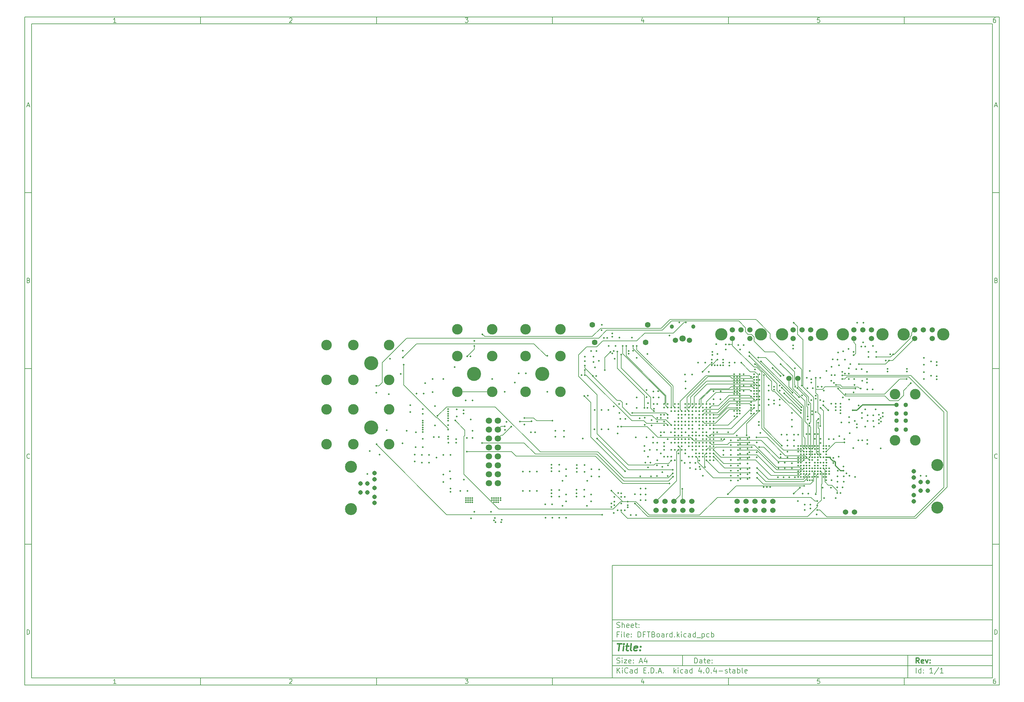
<source format=gbr>
G04 #@! TF.FileFunction,Copper,L3,Inr,Signal*
%FSLAX46Y46*%
G04 Gerber Fmt 4.6, Leading zero omitted, Abs format (unit mm)*
G04 Created by KiCad (PCBNEW 4.0.4-stable) date 01/31/17 14:25:07*
%MOMM*%
%LPD*%
G01*
G04 APERTURE LIST*
%ADD10C,0.100000*%
%ADD11C,0.150000*%
%ADD12C,0.300000*%
%ADD13C,0.400000*%
%ADD14C,3.000000*%
%ADD15C,1.300000*%
%ADD16C,1.800000*%
%ADD17C,3.500000*%
%ADD18C,1.500000*%
%ADD19C,1.200000*%
%ADD20C,4.000000*%
%ADD21C,1.524000*%
%ADD22C,3.416000*%
%ADD23C,1.308000*%
%ADD24C,1.600000*%
%ADD25C,0.480000*%
G04 APERTURE END LIST*
D10*
D11*
X177002200Y-166007200D02*
X177002200Y-198007200D01*
X285002200Y-198007200D01*
X285002200Y-166007200D01*
X177002200Y-166007200D01*
D10*
D11*
X10000000Y-10000000D02*
X10000000Y-200007200D01*
X287002200Y-200007200D01*
X287002200Y-10000000D01*
X10000000Y-10000000D01*
D10*
D11*
X12000000Y-12000000D02*
X12000000Y-198007200D01*
X285002200Y-198007200D01*
X285002200Y-12000000D01*
X12000000Y-12000000D01*
D10*
D11*
X60000000Y-12000000D02*
X60000000Y-10000000D01*
D10*
D11*
X110000000Y-12000000D02*
X110000000Y-10000000D01*
D10*
D11*
X160000000Y-12000000D02*
X160000000Y-10000000D01*
D10*
D11*
X210000000Y-12000000D02*
X210000000Y-10000000D01*
D10*
D11*
X260000000Y-12000000D02*
X260000000Y-10000000D01*
D10*
D11*
X35990476Y-11588095D02*
X35247619Y-11588095D01*
X35619048Y-11588095D02*
X35619048Y-10288095D01*
X35495238Y-10473810D01*
X35371429Y-10597619D01*
X35247619Y-10659524D01*
D10*
D11*
X85247619Y-10411905D02*
X85309524Y-10350000D01*
X85433333Y-10288095D01*
X85742857Y-10288095D01*
X85866667Y-10350000D01*
X85928571Y-10411905D01*
X85990476Y-10535714D01*
X85990476Y-10659524D01*
X85928571Y-10845238D01*
X85185714Y-11588095D01*
X85990476Y-11588095D01*
D10*
D11*
X135185714Y-10288095D02*
X135990476Y-10288095D01*
X135557143Y-10783333D01*
X135742857Y-10783333D01*
X135866667Y-10845238D01*
X135928571Y-10907143D01*
X135990476Y-11030952D01*
X135990476Y-11340476D01*
X135928571Y-11464286D01*
X135866667Y-11526190D01*
X135742857Y-11588095D01*
X135371429Y-11588095D01*
X135247619Y-11526190D01*
X135185714Y-11464286D01*
D10*
D11*
X185866667Y-10721429D02*
X185866667Y-11588095D01*
X185557143Y-10226190D02*
X185247619Y-11154762D01*
X186052381Y-11154762D01*
D10*
D11*
X235928571Y-10288095D02*
X235309524Y-10288095D01*
X235247619Y-10907143D01*
X235309524Y-10845238D01*
X235433333Y-10783333D01*
X235742857Y-10783333D01*
X235866667Y-10845238D01*
X235928571Y-10907143D01*
X235990476Y-11030952D01*
X235990476Y-11340476D01*
X235928571Y-11464286D01*
X235866667Y-11526190D01*
X235742857Y-11588095D01*
X235433333Y-11588095D01*
X235309524Y-11526190D01*
X235247619Y-11464286D01*
D10*
D11*
X285866667Y-10288095D02*
X285619048Y-10288095D01*
X285495238Y-10350000D01*
X285433333Y-10411905D01*
X285309524Y-10597619D01*
X285247619Y-10845238D01*
X285247619Y-11340476D01*
X285309524Y-11464286D01*
X285371429Y-11526190D01*
X285495238Y-11588095D01*
X285742857Y-11588095D01*
X285866667Y-11526190D01*
X285928571Y-11464286D01*
X285990476Y-11340476D01*
X285990476Y-11030952D01*
X285928571Y-10907143D01*
X285866667Y-10845238D01*
X285742857Y-10783333D01*
X285495238Y-10783333D01*
X285371429Y-10845238D01*
X285309524Y-10907143D01*
X285247619Y-11030952D01*
D10*
D11*
X60000000Y-198007200D02*
X60000000Y-200007200D01*
D10*
D11*
X110000000Y-198007200D02*
X110000000Y-200007200D01*
D10*
D11*
X160000000Y-198007200D02*
X160000000Y-200007200D01*
D10*
D11*
X210000000Y-198007200D02*
X210000000Y-200007200D01*
D10*
D11*
X260000000Y-198007200D02*
X260000000Y-200007200D01*
D10*
D11*
X35990476Y-199595295D02*
X35247619Y-199595295D01*
X35619048Y-199595295D02*
X35619048Y-198295295D01*
X35495238Y-198481010D01*
X35371429Y-198604819D01*
X35247619Y-198666724D01*
D10*
D11*
X85247619Y-198419105D02*
X85309524Y-198357200D01*
X85433333Y-198295295D01*
X85742857Y-198295295D01*
X85866667Y-198357200D01*
X85928571Y-198419105D01*
X85990476Y-198542914D01*
X85990476Y-198666724D01*
X85928571Y-198852438D01*
X85185714Y-199595295D01*
X85990476Y-199595295D01*
D10*
D11*
X135185714Y-198295295D02*
X135990476Y-198295295D01*
X135557143Y-198790533D01*
X135742857Y-198790533D01*
X135866667Y-198852438D01*
X135928571Y-198914343D01*
X135990476Y-199038152D01*
X135990476Y-199347676D01*
X135928571Y-199471486D01*
X135866667Y-199533390D01*
X135742857Y-199595295D01*
X135371429Y-199595295D01*
X135247619Y-199533390D01*
X135185714Y-199471486D01*
D10*
D11*
X185866667Y-198728629D02*
X185866667Y-199595295D01*
X185557143Y-198233390D02*
X185247619Y-199161962D01*
X186052381Y-199161962D01*
D10*
D11*
X235928571Y-198295295D02*
X235309524Y-198295295D01*
X235247619Y-198914343D01*
X235309524Y-198852438D01*
X235433333Y-198790533D01*
X235742857Y-198790533D01*
X235866667Y-198852438D01*
X235928571Y-198914343D01*
X235990476Y-199038152D01*
X235990476Y-199347676D01*
X235928571Y-199471486D01*
X235866667Y-199533390D01*
X235742857Y-199595295D01*
X235433333Y-199595295D01*
X235309524Y-199533390D01*
X235247619Y-199471486D01*
D10*
D11*
X285866667Y-198295295D02*
X285619048Y-198295295D01*
X285495238Y-198357200D01*
X285433333Y-198419105D01*
X285309524Y-198604819D01*
X285247619Y-198852438D01*
X285247619Y-199347676D01*
X285309524Y-199471486D01*
X285371429Y-199533390D01*
X285495238Y-199595295D01*
X285742857Y-199595295D01*
X285866667Y-199533390D01*
X285928571Y-199471486D01*
X285990476Y-199347676D01*
X285990476Y-199038152D01*
X285928571Y-198914343D01*
X285866667Y-198852438D01*
X285742857Y-198790533D01*
X285495238Y-198790533D01*
X285371429Y-198852438D01*
X285309524Y-198914343D01*
X285247619Y-199038152D01*
D10*
D11*
X10000000Y-60000000D02*
X12000000Y-60000000D01*
D10*
D11*
X10000000Y-110000000D02*
X12000000Y-110000000D01*
D10*
D11*
X10000000Y-160000000D02*
X12000000Y-160000000D01*
D10*
D11*
X10690476Y-35216667D02*
X11309524Y-35216667D01*
X10566667Y-35588095D02*
X11000000Y-34288095D01*
X11433333Y-35588095D01*
D10*
D11*
X11092857Y-84907143D02*
X11278571Y-84969048D01*
X11340476Y-85030952D01*
X11402381Y-85154762D01*
X11402381Y-85340476D01*
X11340476Y-85464286D01*
X11278571Y-85526190D01*
X11154762Y-85588095D01*
X10659524Y-85588095D01*
X10659524Y-84288095D01*
X11092857Y-84288095D01*
X11216667Y-84350000D01*
X11278571Y-84411905D01*
X11340476Y-84535714D01*
X11340476Y-84659524D01*
X11278571Y-84783333D01*
X11216667Y-84845238D01*
X11092857Y-84907143D01*
X10659524Y-84907143D01*
D10*
D11*
X11402381Y-135464286D02*
X11340476Y-135526190D01*
X11154762Y-135588095D01*
X11030952Y-135588095D01*
X10845238Y-135526190D01*
X10721429Y-135402381D01*
X10659524Y-135278571D01*
X10597619Y-135030952D01*
X10597619Y-134845238D01*
X10659524Y-134597619D01*
X10721429Y-134473810D01*
X10845238Y-134350000D01*
X11030952Y-134288095D01*
X11154762Y-134288095D01*
X11340476Y-134350000D01*
X11402381Y-134411905D01*
D10*
D11*
X10659524Y-185588095D02*
X10659524Y-184288095D01*
X10969048Y-184288095D01*
X11154762Y-184350000D01*
X11278571Y-184473810D01*
X11340476Y-184597619D01*
X11402381Y-184845238D01*
X11402381Y-185030952D01*
X11340476Y-185278571D01*
X11278571Y-185402381D01*
X11154762Y-185526190D01*
X10969048Y-185588095D01*
X10659524Y-185588095D01*
D10*
D11*
X287002200Y-60000000D02*
X285002200Y-60000000D01*
D10*
D11*
X287002200Y-110000000D02*
X285002200Y-110000000D01*
D10*
D11*
X287002200Y-160000000D02*
X285002200Y-160000000D01*
D10*
D11*
X285692676Y-35216667D02*
X286311724Y-35216667D01*
X285568867Y-35588095D02*
X286002200Y-34288095D01*
X286435533Y-35588095D01*
D10*
D11*
X286095057Y-84907143D02*
X286280771Y-84969048D01*
X286342676Y-85030952D01*
X286404581Y-85154762D01*
X286404581Y-85340476D01*
X286342676Y-85464286D01*
X286280771Y-85526190D01*
X286156962Y-85588095D01*
X285661724Y-85588095D01*
X285661724Y-84288095D01*
X286095057Y-84288095D01*
X286218867Y-84350000D01*
X286280771Y-84411905D01*
X286342676Y-84535714D01*
X286342676Y-84659524D01*
X286280771Y-84783333D01*
X286218867Y-84845238D01*
X286095057Y-84907143D01*
X285661724Y-84907143D01*
D10*
D11*
X286404581Y-135464286D02*
X286342676Y-135526190D01*
X286156962Y-135588095D01*
X286033152Y-135588095D01*
X285847438Y-135526190D01*
X285723629Y-135402381D01*
X285661724Y-135278571D01*
X285599819Y-135030952D01*
X285599819Y-134845238D01*
X285661724Y-134597619D01*
X285723629Y-134473810D01*
X285847438Y-134350000D01*
X286033152Y-134288095D01*
X286156962Y-134288095D01*
X286342676Y-134350000D01*
X286404581Y-134411905D01*
D10*
D11*
X285661724Y-185588095D02*
X285661724Y-184288095D01*
X285971248Y-184288095D01*
X286156962Y-184350000D01*
X286280771Y-184473810D01*
X286342676Y-184597619D01*
X286404581Y-184845238D01*
X286404581Y-185030952D01*
X286342676Y-185278571D01*
X286280771Y-185402381D01*
X286156962Y-185526190D01*
X285971248Y-185588095D01*
X285661724Y-185588095D01*
D10*
D11*
X200359343Y-193785771D02*
X200359343Y-192285771D01*
X200716486Y-192285771D01*
X200930771Y-192357200D01*
X201073629Y-192500057D01*
X201145057Y-192642914D01*
X201216486Y-192928629D01*
X201216486Y-193142914D01*
X201145057Y-193428629D01*
X201073629Y-193571486D01*
X200930771Y-193714343D01*
X200716486Y-193785771D01*
X200359343Y-193785771D01*
X202502200Y-193785771D02*
X202502200Y-193000057D01*
X202430771Y-192857200D01*
X202287914Y-192785771D01*
X202002200Y-192785771D01*
X201859343Y-192857200D01*
X202502200Y-193714343D02*
X202359343Y-193785771D01*
X202002200Y-193785771D01*
X201859343Y-193714343D01*
X201787914Y-193571486D01*
X201787914Y-193428629D01*
X201859343Y-193285771D01*
X202002200Y-193214343D01*
X202359343Y-193214343D01*
X202502200Y-193142914D01*
X203002200Y-192785771D02*
X203573629Y-192785771D01*
X203216486Y-192285771D02*
X203216486Y-193571486D01*
X203287914Y-193714343D01*
X203430772Y-193785771D01*
X203573629Y-193785771D01*
X204645057Y-193714343D02*
X204502200Y-193785771D01*
X204216486Y-193785771D01*
X204073629Y-193714343D01*
X204002200Y-193571486D01*
X204002200Y-193000057D01*
X204073629Y-192857200D01*
X204216486Y-192785771D01*
X204502200Y-192785771D01*
X204645057Y-192857200D01*
X204716486Y-193000057D01*
X204716486Y-193142914D01*
X204002200Y-193285771D01*
X205359343Y-193642914D02*
X205430771Y-193714343D01*
X205359343Y-193785771D01*
X205287914Y-193714343D01*
X205359343Y-193642914D01*
X205359343Y-193785771D01*
X205359343Y-192857200D02*
X205430771Y-192928629D01*
X205359343Y-193000057D01*
X205287914Y-192928629D01*
X205359343Y-192857200D01*
X205359343Y-193000057D01*
D10*
D11*
X177002200Y-194507200D02*
X285002200Y-194507200D01*
D10*
D11*
X178359343Y-196585771D02*
X178359343Y-195085771D01*
X179216486Y-196585771D02*
X178573629Y-195728629D01*
X179216486Y-195085771D02*
X178359343Y-195942914D01*
X179859343Y-196585771D02*
X179859343Y-195585771D01*
X179859343Y-195085771D02*
X179787914Y-195157200D01*
X179859343Y-195228629D01*
X179930771Y-195157200D01*
X179859343Y-195085771D01*
X179859343Y-195228629D01*
X181430772Y-196442914D02*
X181359343Y-196514343D01*
X181145057Y-196585771D01*
X181002200Y-196585771D01*
X180787915Y-196514343D01*
X180645057Y-196371486D01*
X180573629Y-196228629D01*
X180502200Y-195942914D01*
X180502200Y-195728629D01*
X180573629Y-195442914D01*
X180645057Y-195300057D01*
X180787915Y-195157200D01*
X181002200Y-195085771D01*
X181145057Y-195085771D01*
X181359343Y-195157200D01*
X181430772Y-195228629D01*
X182716486Y-196585771D02*
X182716486Y-195800057D01*
X182645057Y-195657200D01*
X182502200Y-195585771D01*
X182216486Y-195585771D01*
X182073629Y-195657200D01*
X182716486Y-196514343D02*
X182573629Y-196585771D01*
X182216486Y-196585771D01*
X182073629Y-196514343D01*
X182002200Y-196371486D01*
X182002200Y-196228629D01*
X182073629Y-196085771D01*
X182216486Y-196014343D01*
X182573629Y-196014343D01*
X182716486Y-195942914D01*
X184073629Y-196585771D02*
X184073629Y-195085771D01*
X184073629Y-196514343D02*
X183930772Y-196585771D01*
X183645058Y-196585771D01*
X183502200Y-196514343D01*
X183430772Y-196442914D01*
X183359343Y-196300057D01*
X183359343Y-195871486D01*
X183430772Y-195728629D01*
X183502200Y-195657200D01*
X183645058Y-195585771D01*
X183930772Y-195585771D01*
X184073629Y-195657200D01*
X185930772Y-195800057D02*
X186430772Y-195800057D01*
X186645058Y-196585771D02*
X185930772Y-196585771D01*
X185930772Y-195085771D01*
X186645058Y-195085771D01*
X187287915Y-196442914D02*
X187359343Y-196514343D01*
X187287915Y-196585771D01*
X187216486Y-196514343D01*
X187287915Y-196442914D01*
X187287915Y-196585771D01*
X188002201Y-196585771D02*
X188002201Y-195085771D01*
X188359344Y-195085771D01*
X188573629Y-195157200D01*
X188716487Y-195300057D01*
X188787915Y-195442914D01*
X188859344Y-195728629D01*
X188859344Y-195942914D01*
X188787915Y-196228629D01*
X188716487Y-196371486D01*
X188573629Y-196514343D01*
X188359344Y-196585771D01*
X188002201Y-196585771D01*
X189502201Y-196442914D02*
X189573629Y-196514343D01*
X189502201Y-196585771D01*
X189430772Y-196514343D01*
X189502201Y-196442914D01*
X189502201Y-196585771D01*
X190145058Y-196157200D02*
X190859344Y-196157200D01*
X190002201Y-196585771D02*
X190502201Y-195085771D01*
X191002201Y-196585771D01*
X191502201Y-196442914D02*
X191573629Y-196514343D01*
X191502201Y-196585771D01*
X191430772Y-196514343D01*
X191502201Y-196442914D01*
X191502201Y-196585771D01*
X194502201Y-196585771D02*
X194502201Y-195085771D01*
X194645058Y-196014343D02*
X195073629Y-196585771D01*
X195073629Y-195585771D02*
X194502201Y-196157200D01*
X195716487Y-196585771D02*
X195716487Y-195585771D01*
X195716487Y-195085771D02*
X195645058Y-195157200D01*
X195716487Y-195228629D01*
X195787915Y-195157200D01*
X195716487Y-195085771D01*
X195716487Y-195228629D01*
X197073630Y-196514343D02*
X196930773Y-196585771D01*
X196645059Y-196585771D01*
X196502201Y-196514343D01*
X196430773Y-196442914D01*
X196359344Y-196300057D01*
X196359344Y-195871486D01*
X196430773Y-195728629D01*
X196502201Y-195657200D01*
X196645059Y-195585771D01*
X196930773Y-195585771D01*
X197073630Y-195657200D01*
X198359344Y-196585771D02*
X198359344Y-195800057D01*
X198287915Y-195657200D01*
X198145058Y-195585771D01*
X197859344Y-195585771D01*
X197716487Y-195657200D01*
X198359344Y-196514343D02*
X198216487Y-196585771D01*
X197859344Y-196585771D01*
X197716487Y-196514343D01*
X197645058Y-196371486D01*
X197645058Y-196228629D01*
X197716487Y-196085771D01*
X197859344Y-196014343D01*
X198216487Y-196014343D01*
X198359344Y-195942914D01*
X199716487Y-196585771D02*
X199716487Y-195085771D01*
X199716487Y-196514343D02*
X199573630Y-196585771D01*
X199287916Y-196585771D01*
X199145058Y-196514343D01*
X199073630Y-196442914D01*
X199002201Y-196300057D01*
X199002201Y-195871486D01*
X199073630Y-195728629D01*
X199145058Y-195657200D01*
X199287916Y-195585771D01*
X199573630Y-195585771D01*
X199716487Y-195657200D01*
X202216487Y-195585771D02*
X202216487Y-196585771D01*
X201859344Y-195014343D02*
X201502201Y-196085771D01*
X202430773Y-196085771D01*
X203002201Y-196442914D02*
X203073629Y-196514343D01*
X203002201Y-196585771D01*
X202930772Y-196514343D01*
X203002201Y-196442914D01*
X203002201Y-196585771D01*
X204002201Y-195085771D02*
X204145058Y-195085771D01*
X204287915Y-195157200D01*
X204359344Y-195228629D01*
X204430773Y-195371486D01*
X204502201Y-195657200D01*
X204502201Y-196014343D01*
X204430773Y-196300057D01*
X204359344Y-196442914D01*
X204287915Y-196514343D01*
X204145058Y-196585771D01*
X204002201Y-196585771D01*
X203859344Y-196514343D01*
X203787915Y-196442914D01*
X203716487Y-196300057D01*
X203645058Y-196014343D01*
X203645058Y-195657200D01*
X203716487Y-195371486D01*
X203787915Y-195228629D01*
X203859344Y-195157200D01*
X204002201Y-195085771D01*
X205145058Y-196442914D02*
X205216486Y-196514343D01*
X205145058Y-196585771D01*
X205073629Y-196514343D01*
X205145058Y-196442914D01*
X205145058Y-196585771D01*
X206502201Y-195585771D02*
X206502201Y-196585771D01*
X206145058Y-195014343D02*
X205787915Y-196085771D01*
X206716487Y-196085771D01*
X207287915Y-196014343D02*
X208430772Y-196014343D01*
X209073629Y-196514343D02*
X209216486Y-196585771D01*
X209502201Y-196585771D01*
X209645058Y-196514343D01*
X209716486Y-196371486D01*
X209716486Y-196300057D01*
X209645058Y-196157200D01*
X209502201Y-196085771D01*
X209287915Y-196085771D01*
X209145058Y-196014343D01*
X209073629Y-195871486D01*
X209073629Y-195800057D01*
X209145058Y-195657200D01*
X209287915Y-195585771D01*
X209502201Y-195585771D01*
X209645058Y-195657200D01*
X210145058Y-195585771D02*
X210716487Y-195585771D01*
X210359344Y-195085771D02*
X210359344Y-196371486D01*
X210430772Y-196514343D01*
X210573630Y-196585771D01*
X210716487Y-196585771D01*
X211859344Y-196585771D02*
X211859344Y-195800057D01*
X211787915Y-195657200D01*
X211645058Y-195585771D01*
X211359344Y-195585771D01*
X211216487Y-195657200D01*
X211859344Y-196514343D02*
X211716487Y-196585771D01*
X211359344Y-196585771D01*
X211216487Y-196514343D01*
X211145058Y-196371486D01*
X211145058Y-196228629D01*
X211216487Y-196085771D01*
X211359344Y-196014343D01*
X211716487Y-196014343D01*
X211859344Y-195942914D01*
X212573630Y-196585771D02*
X212573630Y-195085771D01*
X212573630Y-195657200D02*
X212716487Y-195585771D01*
X213002201Y-195585771D01*
X213145058Y-195657200D01*
X213216487Y-195728629D01*
X213287916Y-195871486D01*
X213287916Y-196300057D01*
X213216487Y-196442914D01*
X213145058Y-196514343D01*
X213002201Y-196585771D01*
X212716487Y-196585771D01*
X212573630Y-196514343D01*
X214145059Y-196585771D02*
X214002201Y-196514343D01*
X213930773Y-196371486D01*
X213930773Y-195085771D01*
X215287915Y-196514343D02*
X215145058Y-196585771D01*
X214859344Y-196585771D01*
X214716487Y-196514343D01*
X214645058Y-196371486D01*
X214645058Y-195800057D01*
X214716487Y-195657200D01*
X214859344Y-195585771D01*
X215145058Y-195585771D01*
X215287915Y-195657200D01*
X215359344Y-195800057D01*
X215359344Y-195942914D01*
X214645058Y-196085771D01*
D10*
D11*
X177002200Y-191507200D02*
X285002200Y-191507200D01*
D10*
D12*
X264216486Y-193785771D02*
X263716486Y-193071486D01*
X263359343Y-193785771D02*
X263359343Y-192285771D01*
X263930771Y-192285771D01*
X264073629Y-192357200D01*
X264145057Y-192428629D01*
X264216486Y-192571486D01*
X264216486Y-192785771D01*
X264145057Y-192928629D01*
X264073629Y-193000057D01*
X263930771Y-193071486D01*
X263359343Y-193071486D01*
X265430771Y-193714343D02*
X265287914Y-193785771D01*
X265002200Y-193785771D01*
X264859343Y-193714343D01*
X264787914Y-193571486D01*
X264787914Y-193000057D01*
X264859343Y-192857200D01*
X265002200Y-192785771D01*
X265287914Y-192785771D01*
X265430771Y-192857200D01*
X265502200Y-193000057D01*
X265502200Y-193142914D01*
X264787914Y-193285771D01*
X266002200Y-192785771D02*
X266359343Y-193785771D01*
X266716485Y-192785771D01*
X267287914Y-193642914D02*
X267359342Y-193714343D01*
X267287914Y-193785771D01*
X267216485Y-193714343D01*
X267287914Y-193642914D01*
X267287914Y-193785771D01*
X267287914Y-192857200D02*
X267359342Y-192928629D01*
X267287914Y-193000057D01*
X267216485Y-192928629D01*
X267287914Y-192857200D01*
X267287914Y-193000057D01*
D10*
D11*
X178287914Y-193714343D02*
X178502200Y-193785771D01*
X178859343Y-193785771D01*
X179002200Y-193714343D01*
X179073629Y-193642914D01*
X179145057Y-193500057D01*
X179145057Y-193357200D01*
X179073629Y-193214343D01*
X179002200Y-193142914D01*
X178859343Y-193071486D01*
X178573629Y-193000057D01*
X178430771Y-192928629D01*
X178359343Y-192857200D01*
X178287914Y-192714343D01*
X178287914Y-192571486D01*
X178359343Y-192428629D01*
X178430771Y-192357200D01*
X178573629Y-192285771D01*
X178930771Y-192285771D01*
X179145057Y-192357200D01*
X179787914Y-193785771D02*
X179787914Y-192785771D01*
X179787914Y-192285771D02*
X179716485Y-192357200D01*
X179787914Y-192428629D01*
X179859342Y-192357200D01*
X179787914Y-192285771D01*
X179787914Y-192428629D01*
X180359343Y-192785771D02*
X181145057Y-192785771D01*
X180359343Y-193785771D01*
X181145057Y-193785771D01*
X182287914Y-193714343D02*
X182145057Y-193785771D01*
X181859343Y-193785771D01*
X181716486Y-193714343D01*
X181645057Y-193571486D01*
X181645057Y-193000057D01*
X181716486Y-192857200D01*
X181859343Y-192785771D01*
X182145057Y-192785771D01*
X182287914Y-192857200D01*
X182359343Y-193000057D01*
X182359343Y-193142914D01*
X181645057Y-193285771D01*
X183002200Y-193642914D02*
X183073628Y-193714343D01*
X183002200Y-193785771D01*
X182930771Y-193714343D01*
X183002200Y-193642914D01*
X183002200Y-193785771D01*
X183002200Y-192857200D02*
X183073628Y-192928629D01*
X183002200Y-193000057D01*
X182930771Y-192928629D01*
X183002200Y-192857200D01*
X183002200Y-193000057D01*
X184787914Y-193357200D02*
X185502200Y-193357200D01*
X184645057Y-193785771D02*
X185145057Y-192285771D01*
X185645057Y-193785771D01*
X186787914Y-192785771D02*
X186787914Y-193785771D01*
X186430771Y-192214343D02*
X186073628Y-193285771D01*
X187002200Y-193285771D01*
D10*
D11*
X263359343Y-196585771D02*
X263359343Y-195085771D01*
X264716486Y-196585771D02*
X264716486Y-195085771D01*
X264716486Y-196514343D02*
X264573629Y-196585771D01*
X264287915Y-196585771D01*
X264145057Y-196514343D01*
X264073629Y-196442914D01*
X264002200Y-196300057D01*
X264002200Y-195871486D01*
X264073629Y-195728629D01*
X264145057Y-195657200D01*
X264287915Y-195585771D01*
X264573629Y-195585771D01*
X264716486Y-195657200D01*
X265430772Y-196442914D02*
X265502200Y-196514343D01*
X265430772Y-196585771D01*
X265359343Y-196514343D01*
X265430772Y-196442914D01*
X265430772Y-196585771D01*
X265430772Y-195657200D02*
X265502200Y-195728629D01*
X265430772Y-195800057D01*
X265359343Y-195728629D01*
X265430772Y-195657200D01*
X265430772Y-195800057D01*
X268073629Y-196585771D02*
X267216486Y-196585771D01*
X267645058Y-196585771D02*
X267645058Y-195085771D01*
X267502201Y-195300057D01*
X267359343Y-195442914D01*
X267216486Y-195514343D01*
X269787914Y-195014343D02*
X268502200Y-196942914D01*
X271073629Y-196585771D02*
X270216486Y-196585771D01*
X270645058Y-196585771D02*
X270645058Y-195085771D01*
X270502201Y-195300057D01*
X270359343Y-195442914D01*
X270216486Y-195514343D01*
D10*
D11*
X177002200Y-187507200D02*
X285002200Y-187507200D01*
D10*
D13*
X178454581Y-188211962D02*
X179597438Y-188211962D01*
X178776010Y-190211962D02*
X179026010Y-188211962D01*
X180014105Y-190211962D02*
X180180771Y-188878629D01*
X180264105Y-188211962D02*
X180156962Y-188307200D01*
X180240295Y-188402438D01*
X180347439Y-188307200D01*
X180264105Y-188211962D01*
X180240295Y-188402438D01*
X180847438Y-188878629D02*
X181609343Y-188878629D01*
X181216486Y-188211962D02*
X181002200Y-189926248D01*
X181073630Y-190116724D01*
X181252201Y-190211962D01*
X181442677Y-190211962D01*
X182395058Y-190211962D02*
X182216487Y-190116724D01*
X182145057Y-189926248D01*
X182359343Y-188211962D01*
X183930772Y-190116724D02*
X183728391Y-190211962D01*
X183347439Y-190211962D01*
X183168867Y-190116724D01*
X183097438Y-189926248D01*
X183192676Y-189164343D01*
X183311724Y-188973867D01*
X183514105Y-188878629D01*
X183895057Y-188878629D01*
X184073629Y-188973867D01*
X184145057Y-189164343D01*
X184121248Y-189354819D01*
X183145057Y-189545295D01*
X184895057Y-190021486D02*
X184978392Y-190116724D01*
X184871248Y-190211962D01*
X184787915Y-190116724D01*
X184895057Y-190021486D01*
X184871248Y-190211962D01*
X185026010Y-188973867D02*
X185109344Y-189069105D01*
X185002200Y-189164343D01*
X184918867Y-189069105D01*
X185026010Y-188973867D01*
X185002200Y-189164343D01*
D10*
D11*
X178859343Y-185600057D02*
X178359343Y-185600057D01*
X178359343Y-186385771D02*
X178359343Y-184885771D01*
X179073629Y-184885771D01*
X179645057Y-186385771D02*
X179645057Y-185385771D01*
X179645057Y-184885771D02*
X179573628Y-184957200D01*
X179645057Y-185028629D01*
X179716485Y-184957200D01*
X179645057Y-184885771D01*
X179645057Y-185028629D01*
X180573629Y-186385771D02*
X180430771Y-186314343D01*
X180359343Y-186171486D01*
X180359343Y-184885771D01*
X181716485Y-186314343D02*
X181573628Y-186385771D01*
X181287914Y-186385771D01*
X181145057Y-186314343D01*
X181073628Y-186171486D01*
X181073628Y-185600057D01*
X181145057Y-185457200D01*
X181287914Y-185385771D01*
X181573628Y-185385771D01*
X181716485Y-185457200D01*
X181787914Y-185600057D01*
X181787914Y-185742914D01*
X181073628Y-185885771D01*
X182430771Y-186242914D02*
X182502199Y-186314343D01*
X182430771Y-186385771D01*
X182359342Y-186314343D01*
X182430771Y-186242914D01*
X182430771Y-186385771D01*
X182430771Y-185457200D02*
X182502199Y-185528629D01*
X182430771Y-185600057D01*
X182359342Y-185528629D01*
X182430771Y-185457200D01*
X182430771Y-185600057D01*
X184287914Y-186385771D02*
X184287914Y-184885771D01*
X184645057Y-184885771D01*
X184859342Y-184957200D01*
X185002200Y-185100057D01*
X185073628Y-185242914D01*
X185145057Y-185528629D01*
X185145057Y-185742914D01*
X185073628Y-186028629D01*
X185002200Y-186171486D01*
X184859342Y-186314343D01*
X184645057Y-186385771D01*
X184287914Y-186385771D01*
X186287914Y-185600057D02*
X185787914Y-185600057D01*
X185787914Y-186385771D02*
X185787914Y-184885771D01*
X186502200Y-184885771D01*
X186859342Y-184885771D02*
X187716485Y-184885771D01*
X187287914Y-186385771D02*
X187287914Y-184885771D01*
X188716485Y-185600057D02*
X188930771Y-185671486D01*
X189002199Y-185742914D01*
X189073628Y-185885771D01*
X189073628Y-186100057D01*
X189002199Y-186242914D01*
X188930771Y-186314343D01*
X188787913Y-186385771D01*
X188216485Y-186385771D01*
X188216485Y-184885771D01*
X188716485Y-184885771D01*
X188859342Y-184957200D01*
X188930771Y-185028629D01*
X189002199Y-185171486D01*
X189002199Y-185314343D01*
X188930771Y-185457200D01*
X188859342Y-185528629D01*
X188716485Y-185600057D01*
X188216485Y-185600057D01*
X189930771Y-186385771D02*
X189787913Y-186314343D01*
X189716485Y-186242914D01*
X189645056Y-186100057D01*
X189645056Y-185671486D01*
X189716485Y-185528629D01*
X189787913Y-185457200D01*
X189930771Y-185385771D01*
X190145056Y-185385771D01*
X190287913Y-185457200D01*
X190359342Y-185528629D01*
X190430771Y-185671486D01*
X190430771Y-186100057D01*
X190359342Y-186242914D01*
X190287913Y-186314343D01*
X190145056Y-186385771D01*
X189930771Y-186385771D01*
X191716485Y-186385771D02*
X191716485Y-185600057D01*
X191645056Y-185457200D01*
X191502199Y-185385771D01*
X191216485Y-185385771D01*
X191073628Y-185457200D01*
X191716485Y-186314343D02*
X191573628Y-186385771D01*
X191216485Y-186385771D01*
X191073628Y-186314343D01*
X191002199Y-186171486D01*
X191002199Y-186028629D01*
X191073628Y-185885771D01*
X191216485Y-185814343D01*
X191573628Y-185814343D01*
X191716485Y-185742914D01*
X192430771Y-186385771D02*
X192430771Y-185385771D01*
X192430771Y-185671486D02*
X192502199Y-185528629D01*
X192573628Y-185457200D01*
X192716485Y-185385771D01*
X192859342Y-185385771D01*
X194002199Y-186385771D02*
X194002199Y-184885771D01*
X194002199Y-186314343D02*
X193859342Y-186385771D01*
X193573628Y-186385771D01*
X193430770Y-186314343D01*
X193359342Y-186242914D01*
X193287913Y-186100057D01*
X193287913Y-185671486D01*
X193359342Y-185528629D01*
X193430770Y-185457200D01*
X193573628Y-185385771D01*
X193859342Y-185385771D01*
X194002199Y-185457200D01*
X194716485Y-186242914D02*
X194787913Y-186314343D01*
X194716485Y-186385771D01*
X194645056Y-186314343D01*
X194716485Y-186242914D01*
X194716485Y-186385771D01*
X195430771Y-186385771D02*
X195430771Y-184885771D01*
X195573628Y-185814343D02*
X196002199Y-186385771D01*
X196002199Y-185385771D02*
X195430771Y-185957200D01*
X196645057Y-186385771D02*
X196645057Y-185385771D01*
X196645057Y-184885771D02*
X196573628Y-184957200D01*
X196645057Y-185028629D01*
X196716485Y-184957200D01*
X196645057Y-184885771D01*
X196645057Y-185028629D01*
X198002200Y-186314343D02*
X197859343Y-186385771D01*
X197573629Y-186385771D01*
X197430771Y-186314343D01*
X197359343Y-186242914D01*
X197287914Y-186100057D01*
X197287914Y-185671486D01*
X197359343Y-185528629D01*
X197430771Y-185457200D01*
X197573629Y-185385771D01*
X197859343Y-185385771D01*
X198002200Y-185457200D01*
X199287914Y-186385771D02*
X199287914Y-185600057D01*
X199216485Y-185457200D01*
X199073628Y-185385771D01*
X198787914Y-185385771D01*
X198645057Y-185457200D01*
X199287914Y-186314343D02*
X199145057Y-186385771D01*
X198787914Y-186385771D01*
X198645057Y-186314343D01*
X198573628Y-186171486D01*
X198573628Y-186028629D01*
X198645057Y-185885771D01*
X198787914Y-185814343D01*
X199145057Y-185814343D01*
X199287914Y-185742914D01*
X200645057Y-186385771D02*
X200645057Y-184885771D01*
X200645057Y-186314343D02*
X200502200Y-186385771D01*
X200216486Y-186385771D01*
X200073628Y-186314343D01*
X200002200Y-186242914D01*
X199930771Y-186100057D01*
X199930771Y-185671486D01*
X200002200Y-185528629D01*
X200073628Y-185457200D01*
X200216486Y-185385771D01*
X200502200Y-185385771D01*
X200645057Y-185457200D01*
X201002200Y-186528629D02*
X202145057Y-186528629D01*
X202502200Y-185385771D02*
X202502200Y-186885771D01*
X202502200Y-185457200D02*
X202645057Y-185385771D01*
X202930771Y-185385771D01*
X203073628Y-185457200D01*
X203145057Y-185528629D01*
X203216486Y-185671486D01*
X203216486Y-186100057D01*
X203145057Y-186242914D01*
X203073628Y-186314343D01*
X202930771Y-186385771D01*
X202645057Y-186385771D01*
X202502200Y-186314343D01*
X204502200Y-186314343D02*
X204359343Y-186385771D01*
X204073629Y-186385771D01*
X203930771Y-186314343D01*
X203859343Y-186242914D01*
X203787914Y-186100057D01*
X203787914Y-185671486D01*
X203859343Y-185528629D01*
X203930771Y-185457200D01*
X204073629Y-185385771D01*
X204359343Y-185385771D01*
X204502200Y-185457200D01*
X205145057Y-186385771D02*
X205145057Y-184885771D01*
X205145057Y-185457200D02*
X205287914Y-185385771D01*
X205573628Y-185385771D01*
X205716485Y-185457200D01*
X205787914Y-185528629D01*
X205859343Y-185671486D01*
X205859343Y-186100057D01*
X205787914Y-186242914D01*
X205716485Y-186314343D01*
X205573628Y-186385771D01*
X205287914Y-186385771D01*
X205145057Y-186314343D01*
D10*
D11*
X177002200Y-181507200D02*
X285002200Y-181507200D01*
D10*
D11*
X178287914Y-183614343D02*
X178502200Y-183685771D01*
X178859343Y-183685771D01*
X179002200Y-183614343D01*
X179073629Y-183542914D01*
X179145057Y-183400057D01*
X179145057Y-183257200D01*
X179073629Y-183114343D01*
X179002200Y-183042914D01*
X178859343Y-182971486D01*
X178573629Y-182900057D01*
X178430771Y-182828629D01*
X178359343Y-182757200D01*
X178287914Y-182614343D01*
X178287914Y-182471486D01*
X178359343Y-182328629D01*
X178430771Y-182257200D01*
X178573629Y-182185771D01*
X178930771Y-182185771D01*
X179145057Y-182257200D01*
X179787914Y-183685771D02*
X179787914Y-182185771D01*
X180430771Y-183685771D02*
X180430771Y-182900057D01*
X180359342Y-182757200D01*
X180216485Y-182685771D01*
X180002200Y-182685771D01*
X179859342Y-182757200D01*
X179787914Y-182828629D01*
X181716485Y-183614343D02*
X181573628Y-183685771D01*
X181287914Y-183685771D01*
X181145057Y-183614343D01*
X181073628Y-183471486D01*
X181073628Y-182900057D01*
X181145057Y-182757200D01*
X181287914Y-182685771D01*
X181573628Y-182685771D01*
X181716485Y-182757200D01*
X181787914Y-182900057D01*
X181787914Y-183042914D01*
X181073628Y-183185771D01*
X183002199Y-183614343D02*
X182859342Y-183685771D01*
X182573628Y-183685771D01*
X182430771Y-183614343D01*
X182359342Y-183471486D01*
X182359342Y-182900057D01*
X182430771Y-182757200D01*
X182573628Y-182685771D01*
X182859342Y-182685771D01*
X183002199Y-182757200D01*
X183073628Y-182900057D01*
X183073628Y-183042914D01*
X182359342Y-183185771D01*
X183502199Y-182685771D02*
X184073628Y-182685771D01*
X183716485Y-182185771D02*
X183716485Y-183471486D01*
X183787913Y-183614343D01*
X183930771Y-183685771D01*
X184073628Y-183685771D01*
X184573628Y-183542914D02*
X184645056Y-183614343D01*
X184573628Y-183685771D01*
X184502199Y-183614343D01*
X184573628Y-183542914D01*
X184573628Y-183685771D01*
X184573628Y-182757200D02*
X184645056Y-182828629D01*
X184573628Y-182900057D01*
X184502199Y-182828629D01*
X184573628Y-182757200D01*
X184573628Y-182900057D01*
D10*
D11*
X197002200Y-191507200D02*
X197002200Y-194507200D01*
D10*
D11*
X261002200Y-191507200D02*
X261002200Y-198007200D01*
D14*
X257370000Y-130400000D03*
X263050000Y-130400000D03*
X263050000Y-117260000D03*
X257370000Y-117260000D03*
D15*
X260340000Y-124830000D03*
X257720000Y-127330000D03*
X260340000Y-127330000D03*
X260340000Y-122830000D03*
X260340000Y-120330000D03*
X257720000Y-124830000D03*
X257720000Y-122830000D03*
X257720000Y-120330000D03*
D16*
X141960000Y-124790000D03*
X144500000Y-124790000D03*
X141960000Y-127330000D03*
X144500000Y-127330000D03*
X141960000Y-129870000D03*
X144500000Y-129870000D03*
X141960000Y-132410000D03*
X144500000Y-132410000D03*
X141960000Y-134950000D03*
X144500000Y-134950000D03*
X141960000Y-137490000D03*
X144500000Y-137490000D03*
X141960000Y-140030000D03*
X141960000Y-142570000D03*
X144500000Y-140030000D03*
X144500000Y-142570000D03*
D17*
X242500000Y-100250000D03*
D18*
X245650000Y-101500000D03*
X250650000Y-101500000D03*
X250650000Y-99000000D03*
X245650000Y-99000000D03*
X248150000Y-99000000D03*
D17*
X253800000Y-100250000D03*
D19*
X193900000Y-98050000D03*
X200000000Y-98050000D03*
D18*
X194950000Y-102000000D03*
D16*
X196950000Y-101450000D03*
D18*
X198950000Y-102000000D03*
D17*
X225250000Y-100250000D03*
D18*
X228400000Y-101500000D03*
X233400000Y-101500000D03*
X233400000Y-99000000D03*
X228400000Y-99000000D03*
X230900000Y-99000000D03*
D17*
X236550000Y-100250000D03*
D20*
X157100000Y-111530000D03*
D14*
X152350000Y-98830000D03*
X152350000Y-106450000D03*
X152350000Y-116610000D03*
X162260000Y-116610000D03*
X162260000Y-106450000D03*
X162260000Y-98830000D03*
D20*
X137740000Y-111550000D03*
D14*
X132990000Y-98850000D03*
X132990000Y-106470000D03*
X132990000Y-116630000D03*
X142900000Y-116630000D03*
X142900000Y-106470000D03*
X142900000Y-98850000D03*
D20*
X108450000Y-108500000D03*
D14*
X95750000Y-113250000D03*
X103370000Y-113250000D03*
X113530000Y-113250000D03*
X113530000Y-103340000D03*
X103370000Y-103340000D03*
X95750000Y-103340000D03*
D21*
X222650000Y-147810000D03*
X222650000Y-150350000D03*
X220110000Y-150350000D03*
X220110000Y-147810000D03*
X215030000Y-147810000D03*
X212490000Y-147810000D03*
X212490000Y-150350000D03*
X215030000Y-150350000D03*
X217570000Y-150350000D03*
X217570000Y-147810000D03*
D17*
X259750000Y-100250000D03*
D18*
X262900000Y-101500000D03*
X267900000Y-101500000D03*
X267900000Y-99000000D03*
X262900000Y-99000000D03*
X265400000Y-99000000D03*
D17*
X271050000Y-100250000D03*
D22*
X269350000Y-137480000D03*
X269350000Y-149520000D03*
D23*
X264640000Y-144750000D03*
X264640000Y-142250000D03*
X266640000Y-142250000D03*
X266640000Y-144750000D03*
X262640000Y-139250000D03*
X262640000Y-141000000D03*
X262640000Y-143500000D03*
X262640000Y-146000000D03*
X262640000Y-147750000D03*
D20*
X108500000Y-126750000D03*
D14*
X95800000Y-131500000D03*
X103420000Y-131500000D03*
X113580000Y-131500000D03*
X113580000Y-121590000D03*
X103420000Y-121590000D03*
X95800000Y-121590000D03*
D21*
X229700000Y-112800000D03*
X227160000Y-112800000D03*
D22*
X102700000Y-150000000D03*
X102700000Y-137960000D03*
D23*
X107410000Y-142730000D03*
X107410000Y-145230000D03*
X105410000Y-145230000D03*
X105410000Y-142730000D03*
X109410000Y-148230000D03*
X109410000Y-146480000D03*
X109410000Y-143980000D03*
X109410000Y-141480000D03*
X109410000Y-139730000D03*
D21*
X243250000Y-150800000D03*
X245790000Y-150800000D03*
D17*
X207950000Y-100250000D03*
D18*
X211100000Y-101500000D03*
X216100000Y-101500000D03*
X216100000Y-99000000D03*
X211100000Y-99000000D03*
X213600000Y-99000000D03*
D17*
X219250000Y-100250000D03*
D24*
X187050000Y-97600000D03*
X186450000Y-102550000D03*
X171350000Y-97600000D03*
X171950000Y-102550000D03*
D21*
X199550000Y-147810000D03*
X199550000Y-150350000D03*
X197010000Y-150350000D03*
X197010000Y-147810000D03*
X191930000Y-147810000D03*
X189390000Y-147810000D03*
X189390000Y-150350000D03*
X191930000Y-150350000D03*
X194470000Y-150350000D03*
X194470000Y-147810000D03*
D25*
X235100000Y-151470000D03*
X199750000Y-135100000D03*
X194750000Y-131100000D03*
X234529644Y-136805088D03*
X186100000Y-133454990D03*
X188139257Y-126195010D03*
X241300000Y-135050000D03*
X137300000Y-119100000D03*
X120850000Y-134450000D03*
X248350000Y-96950000D03*
X202750000Y-140450000D03*
X254700000Y-107750000D03*
X255950000Y-105950000D03*
X228900000Y-109900000D03*
X246550000Y-96950000D03*
X251100000Y-103550000D03*
X205400000Y-105250000D03*
X206900000Y-105900000D03*
X218600000Y-125200000D03*
X239300000Y-111900000D03*
X233800000Y-122150000D03*
X228400000Y-104300000D03*
X149300000Y-114000000D03*
X226800000Y-130450000D03*
X183700000Y-129600000D03*
X244250000Y-113000000D03*
X244200000Y-109950000D03*
X232450000Y-115600000D03*
X235400000Y-115200000D03*
X233300000Y-149800000D03*
X231700000Y-150200000D03*
X200645010Y-136850000D03*
X163900000Y-140600000D03*
X162850000Y-141900000D03*
X161950000Y-139250000D03*
X233550000Y-113950000D03*
X234800000Y-117700000D03*
X232245000Y-112625000D03*
X223000000Y-120000000D03*
X239650000Y-107350000D03*
X242359811Y-110960819D03*
X237900000Y-110650000D03*
X244300000Y-118800000D03*
X245600000Y-105300000D03*
X205750000Y-116404990D03*
X211667743Y-116404990D03*
X213250229Y-116395010D03*
X211650000Y-118800000D03*
X211650000Y-114800000D03*
X211650000Y-113200000D03*
X211650000Y-111600000D03*
X187650000Y-133150000D03*
X199050000Y-138300000D03*
X186350000Y-136750004D03*
X188600000Y-131100000D03*
X214300000Y-111600000D03*
X224550000Y-120400000D03*
X221450000Y-120350000D03*
X213250000Y-113200000D03*
X217250000Y-113200000D03*
X217250000Y-116400000D03*
X218850000Y-111600000D03*
X218850000Y-113200000D03*
X218850000Y-114800000D03*
X218850000Y-116400000D03*
X218850000Y-118000000D03*
X218850000Y-118800000D03*
X218850000Y-120400000D03*
X211700000Y-123550000D03*
X191250000Y-137950000D03*
X206750000Y-128100000D03*
X208600000Y-134600000D03*
X197750000Y-126100000D03*
X197750000Y-123100000D03*
X184950000Y-140700000D03*
X197650000Y-111700000D03*
X197849390Y-113649974D03*
X205750000Y-118700000D03*
X229800000Y-136800000D03*
X232197376Y-140805088D03*
X237797376Y-132005088D03*
X236997376Y-140805088D03*
X205750000Y-131100000D03*
X195750000Y-134100000D03*
X198750000Y-132100000D03*
X199750000Y-131100000D03*
X200750000Y-130100000D03*
X199750000Y-129100000D03*
X202750000Y-132100000D03*
X199750000Y-132100000D03*
X199750000Y-133100000D03*
X200750000Y-132100000D03*
X203750000Y-135100000D03*
X201750000Y-129100000D03*
X199750000Y-122100000D03*
X205750000Y-120100000D03*
X202750000Y-121100000D03*
X203750000Y-124100000D03*
X204750000Y-127100000D03*
X233800000Y-139200000D03*
X231100000Y-145600000D03*
X234600000Y-128600000D03*
X225100000Y-128800000D03*
X229797376Y-139204990D03*
X224200000Y-138400000D03*
X196750000Y-126100000D03*
X235400000Y-133600000D03*
X228600000Y-132000000D03*
X199750000Y-126100000D03*
X197750000Y-134100000D03*
X192700000Y-140550000D03*
X214300000Y-114800000D03*
X186200000Y-124000000D03*
X197800000Y-128100000D03*
X198750000Y-125100000D03*
X200750000Y-125100000D03*
X198750000Y-127100000D03*
X194750000Y-126100000D03*
X195750000Y-125100000D03*
X199750000Y-124100000D03*
X169100000Y-139350000D03*
X196750000Y-131100000D03*
X198750000Y-130100000D03*
X194750000Y-129100000D03*
X169850000Y-141950000D03*
X171050000Y-140650000D03*
X191750000Y-135100000D03*
X191750000Y-133100000D03*
X191750000Y-131100000D03*
X197750000Y-131100000D03*
X202750000Y-128100000D03*
X190750000Y-128100000D03*
X193700000Y-128100000D03*
X187150000Y-138100000D03*
X189700000Y-137550000D03*
X200750000Y-128100000D03*
X187150000Y-119800000D03*
X184750000Y-124150000D03*
X168300000Y-111850000D03*
X172400000Y-112150000D03*
X182600000Y-101200000D03*
X171650000Y-106650000D03*
X210250000Y-108300000D03*
X201400000Y-108300000D03*
X179250000Y-124300000D03*
X205300000Y-107500000D03*
X205300000Y-109100000D03*
X119600000Y-122400000D03*
X121400000Y-117100000D03*
X122900000Y-136800000D03*
X137300000Y-127700000D03*
X122900000Y-134600000D03*
X129000000Y-134600000D03*
X121100000Y-132400000D03*
X132800000Y-121600000D03*
X185000000Y-144100000D03*
X185000000Y-147400000D03*
X246500000Y-126750000D03*
X251000000Y-115900000D03*
X246350000Y-110200000D03*
X110900000Y-134500000D03*
X135800000Y-144800000D03*
X113500000Y-117300000D03*
X131050000Y-145050000D03*
X137750000Y-102100000D03*
X123100000Y-126100000D03*
X123100000Y-130000000D03*
X130300000Y-122200000D03*
X123100000Y-121550000D03*
X163900000Y-147800000D03*
X162850000Y-149050000D03*
X161950000Y-146450000D03*
X169164680Y-107870000D03*
X212800000Y-103300000D03*
X209242409Y-103154529D03*
X214300000Y-103300000D03*
X180509300Y-146482824D03*
X249359811Y-110960819D03*
X251850000Y-121650000D03*
X248850000Y-121650000D03*
X247900000Y-122600000D03*
X248850000Y-126550000D03*
X251350000Y-126550000D03*
X252800000Y-124600000D03*
X178971155Y-120095943D03*
X181071155Y-120095943D03*
X192750000Y-124100000D03*
X189750000Y-125100000D03*
X190750000Y-129100000D03*
X191750000Y-121100000D03*
X194750000Y-120100000D03*
X195750000Y-123100000D03*
X228600000Y-128800000D03*
X232200000Y-128600000D03*
X233799998Y-132005088D03*
X191750000Y-125100000D03*
X183950000Y-121200000D03*
X186750000Y-118100000D03*
X188650000Y-116500000D03*
X188700000Y-118250000D03*
X188750000Y-120100000D03*
X231400000Y-132800000D03*
X217500000Y-108750000D03*
X152400000Y-111400000D03*
X228950000Y-115150000D03*
X109900000Y-114900000D03*
X230600000Y-132800000D03*
X174100000Y-151550000D03*
X209800000Y-145750000D03*
X231550000Y-143350000D03*
X233100000Y-141800000D03*
X231400000Y-134400000D03*
X110000000Y-131500000D03*
X230900000Y-117600000D03*
X136650000Y-106500000D03*
X140100000Y-100250000D03*
X230800000Y-114800000D03*
X230600000Y-132000000D03*
X143800000Y-153700000D03*
X143600000Y-152500000D03*
X143400000Y-153200000D03*
X193250000Y-100650000D03*
X176950000Y-100050000D03*
X174650000Y-101250000D03*
X172050000Y-109650000D03*
X269200000Y-113100000D03*
X269150000Y-109050000D03*
X146900000Y-125200000D03*
X155526120Y-144801640D03*
X153550000Y-144801640D03*
X151573880Y-144801640D03*
X157900000Y-148600000D03*
X158000000Y-152400000D03*
X161900000Y-152400000D03*
X173261446Y-140711304D03*
X185000000Y-145800000D03*
X182250000Y-151700000D03*
X166850000Y-144500000D03*
X166850000Y-146400000D03*
X166900000Y-137450000D03*
X166900000Y-139350000D03*
X159750000Y-137350000D03*
X159750000Y-139250000D03*
X159750000Y-146450000D03*
X159750000Y-144550000D03*
X228000000Y-126550000D03*
X228000000Y-124573880D03*
X228000000Y-122597760D03*
X175926120Y-121749180D03*
X173950000Y-121749180D03*
X171973880Y-121749180D03*
X242100000Y-125300000D03*
X244300000Y-125300000D03*
X241800000Y-122700000D03*
X239200000Y-120000000D03*
X240500000Y-120000000D03*
X241800000Y-121900000D03*
X235397376Y-140805088D03*
X236200000Y-130000000D03*
X229800000Y-135200000D03*
X234600000Y-140750000D03*
X231350000Y-140850000D03*
X229800000Y-137600000D03*
X232129644Y-136805088D03*
X235400000Y-139200000D03*
X237800000Y-140000000D03*
X232200000Y-132000000D03*
X234597376Y-132872820D03*
X237000000Y-133600000D03*
X169050000Y-146400000D03*
X233800000Y-141750000D03*
X242700000Y-137900000D03*
X171000000Y-147800000D03*
X169800000Y-149050000D03*
X245950000Y-140800000D03*
X241477926Y-129265268D03*
X234600000Y-135200000D03*
X224800000Y-134400000D03*
X226800000Y-133600000D03*
X241000000Y-140650000D03*
X226000000Y-136800000D03*
X224054990Y-140950000D03*
X242750000Y-142150000D03*
X239300000Y-141800000D03*
X227250000Y-140950000D03*
X240950000Y-143750000D03*
X228000000Y-136900000D03*
X237865109Y-136805088D03*
X237800000Y-136000000D03*
X238500000Y-130100000D03*
X243100000Y-107500000D03*
X247750000Y-103750000D03*
X244609811Y-108710819D03*
X248300000Y-102600000D03*
X215900000Y-105350000D03*
X232200000Y-132800000D03*
X230550000Y-122600000D03*
X209250000Y-104600000D03*
X215900000Y-106450000D03*
X231400000Y-132000000D03*
X150750000Y-125050000D03*
X154000000Y-125000000D03*
X202003456Y-138602880D03*
X203300000Y-138050000D03*
X123100000Y-125450000D03*
X203750000Y-134100000D03*
X193250000Y-142700000D03*
X135700000Y-133600000D03*
X200750000Y-133100000D03*
X194200000Y-138800000D03*
X172700000Y-129900000D03*
X168600000Y-129900000D03*
X123100000Y-122850000D03*
X201750000Y-136200000D03*
X201800000Y-137950000D03*
X194250000Y-140750000D03*
X140000000Y-131200000D03*
X123100000Y-124800000D03*
X200700000Y-138650000D03*
X127300000Y-123500000D03*
X194200000Y-139850000D03*
X235244746Y-148956050D03*
X180600000Y-139200000D03*
X169000000Y-117800000D03*
X205400000Y-106150000D03*
X130300000Y-124150000D03*
X183400000Y-148400000D03*
X236197376Y-139205088D03*
X235244746Y-147686050D03*
X176750000Y-144700000D03*
X177400000Y-120800000D03*
X202650000Y-110900000D03*
X206900000Y-107500000D03*
X132350000Y-124750000D03*
X130300000Y-124800000D03*
X181409300Y-147882824D03*
X236200000Y-140000000D03*
X179509300Y-150282824D03*
X242359811Y-111960819D03*
X236150000Y-121150000D03*
X232800000Y-120250000D03*
X237000000Y-132000000D03*
X238400000Y-121900000D03*
X236900000Y-120400000D03*
X245800000Y-114700000D03*
X237000000Y-132800000D03*
X233515000Y-118975000D03*
X204400000Y-110900000D03*
X233150000Y-110700000D03*
X196750000Y-124100000D03*
X236100000Y-126350000D03*
X234785000Y-112625000D03*
X236200000Y-134400000D03*
X246109811Y-115710819D03*
X240600000Y-114700000D03*
X237100000Y-116300000D03*
X235500000Y-125400000D03*
X236200000Y-135200000D03*
X247609811Y-115710819D03*
X236055000Y-112625000D03*
X236200000Y-131200000D03*
X235400000Y-132000000D03*
X249359811Y-113960819D03*
X235600000Y-124300000D03*
X242500000Y-118200000D03*
X235400000Y-134400000D03*
X248000000Y-113450000D03*
X235400000Y-135200000D03*
X237000000Y-119300000D03*
X233800000Y-135200000D03*
X233800000Y-123050000D03*
X208500000Y-107500000D03*
X212750000Y-141850000D03*
X234600000Y-137600000D03*
X212750000Y-140450000D03*
X234600000Y-138400000D03*
X218100000Y-141050000D03*
X234597376Y-139205088D03*
X215450000Y-141450000D03*
X234600000Y-140000000D03*
X233000000Y-126250000D03*
X233000000Y-135200000D03*
X232550000Y-124500000D03*
X212750000Y-130400000D03*
X233000000Y-136000000D03*
X215400000Y-131400000D03*
X232997376Y-137605088D03*
X212750000Y-139050000D03*
X232997376Y-138405088D03*
X215450000Y-140050000D03*
X232997474Y-139205088D03*
X218100000Y-139650000D03*
X232997474Y-140005088D03*
X218000000Y-129600000D03*
X232200000Y-135200000D03*
X218050000Y-131000000D03*
X232197376Y-137605088D03*
X218050000Y-133800000D03*
X232200000Y-138400000D03*
X215450000Y-138650000D03*
X232197376Y-139205088D03*
X218100000Y-138250000D03*
X232197376Y-140005088D03*
X210142409Y-103154529D03*
X231400000Y-133600000D03*
X215400000Y-130000000D03*
X231397376Y-135204990D03*
X218700000Y-132400000D03*
X231400000Y-136000000D03*
X231400000Y-137602722D03*
X215400000Y-132800000D03*
X212750000Y-133200000D03*
X231400000Y-138400000D03*
X218050000Y-135200000D03*
X231400000Y-139200000D03*
X212750000Y-137600000D03*
X231400000Y-140000000D03*
X130850000Y-139250000D03*
X230600000Y-135200000D03*
X199750000Y-127100000D03*
X228400000Y-103400000D03*
X213650000Y-108350000D03*
X215200000Y-129000000D03*
X230600000Y-136000000D03*
X230597376Y-137604990D03*
X212750000Y-131800000D03*
X215400000Y-134200000D03*
X230600000Y-138400000D03*
X212750000Y-134600000D03*
X230600000Y-139200000D03*
X212750000Y-136000000D03*
X230600000Y-140000000D03*
X215400000Y-137000000D03*
X230600000Y-140800000D03*
X215400000Y-135600000D03*
X229800000Y-140000000D03*
X239200000Y-113500000D03*
X212400000Y-129100000D03*
X179500000Y-126550000D03*
X218600000Y-126100000D03*
X208850000Y-130100000D03*
X199750000Y-130100000D03*
X210300000Y-109200000D03*
X240200000Y-111900000D03*
X208500000Y-109100000D03*
X193750000Y-126100000D03*
X171500000Y-112150000D03*
X169164680Y-109134920D03*
X192750000Y-126100000D03*
X169200000Y-111850000D03*
X169164680Y-110404920D03*
X255600000Y-107750000D03*
X247109811Y-108710819D03*
X245600000Y-106200000D03*
X182650000Y-122600000D03*
X192750000Y-123100000D03*
X209950000Y-128100000D03*
X208000000Y-130050000D03*
X198750000Y-131100000D03*
X219100000Y-128300000D03*
X240000000Y-114100000D03*
X235244746Y-150226050D03*
X242359811Y-112960819D03*
X186150000Y-121150000D03*
X178450000Y-105150000D03*
X189750000Y-124100000D03*
X179500000Y-106050000D03*
X188800000Y-122150000D03*
X190750000Y-124100000D03*
X195750000Y-120100000D03*
X181650000Y-105000000D03*
X195750000Y-121100000D03*
X182900000Y-104950000D03*
X191750000Y-120100000D03*
X179950000Y-103550000D03*
X192750000Y-121100000D03*
X180950000Y-103550000D03*
X193750000Y-121100000D03*
X182950000Y-103550000D03*
X194750000Y-121100000D03*
X183950000Y-103550000D03*
X195750000Y-131100000D03*
X196850000Y-144200000D03*
X196729998Y-136150000D03*
X196750000Y-133100000D03*
X195750000Y-133100000D03*
X195750000Y-132100000D03*
X228550000Y-145600000D03*
X230300000Y-143850000D03*
X232467152Y-141727702D03*
X233800000Y-136000000D03*
X237000000Y-140000000D03*
X235400000Y-137600000D03*
X237800000Y-140800000D03*
X235400000Y-138400000D03*
X228550000Y-96950000D03*
X233800000Y-132800000D03*
X219250000Y-107950000D03*
X228200000Y-116900000D03*
X234850000Y-122350000D03*
X233800000Y-133600000D03*
X170050000Y-117750000D03*
X146400000Y-126450000D03*
X230700000Y-121900000D03*
X146500000Y-127450000D03*
X218500000Y-106850000D03*
X225700000Y-111950000D03*
X225800000Y-117000000D03*
X233000000Y-133600000D03*
X224800000Y-108700000D03*
X148300000Y-126500000D03*
X233000000Y-132800000D03*
X153900000Y-128095010D03*
X225145064Y-115447574D03*
X230750000Y-121050000D03*
X222500000Y-109800000D03*
X224800000Y-112150000D03*
X233800000Y-134400000D03*
X155054926Y-128095010D03*
X217500000Y-110300000D03*
X220100000Y-111900000D03*
X225200000Y-131900000D03*
X232200000Y-133600000D03*
X193750000Y-136195002D03*
X197900000Y-96900000D03*
X202750000Y-135100000D03*
X210650000Y-133200000D03*
X202750000Y-131100000D03*
X213300000Y-137000000D03*
X205750000Y-134100000D03*
X215950000Y-129600000D03*
X203750000Y-129100000D03*
X210650000Y-141850000D03*
X201750000Y-135100000D03*
X210650000Y-136000000D03*
X201750000Y-132100000D03*
X210650000Y-137600000D03*
X204750000Y-134100000D03*
X210650000Y-139050000D03*
X202750000Y-134100000D03*
X210650000Y-140450000D03*
X204750000Y-136100000D03*
X213350000Y-141450000D03*
X200750000Y-134100000D03*
X210650000Y-134600000D03*
X203750000Y-132100000D03*
X205750000Y-133100000D03*
X215950000Y-135200000D03*
X213300000Y-130000000D03*
X202750000Y-129100000D03*
X203750000Y-136100000D03*
X216000000Y-139650000D03*
X216000000Y-141050000D03*
X200750000Y-135100000D03*
X213300000Y-135600000D03*
X202750000Y-133100000D03*
X204749260Y-135100000D03*
X213350000Y-138650000D03*
X205750000Y-135100000D03*
X216000000Y-138250000D03*
X201750000Y-131100000D03*
X213350000Y-140050000D03*
X204750000Y-130100000D03*
X213300000Y-131400000D03*
X203750000Y-133100000D03*
X216600000Y-132400000D03*
X210650000Y-130400000D03*
X205750000Y-130100000D03*
X203750000Y-131100000D03*
X213300000Y-132800000D03*
X205750000Y-132100000D03*
X215950000Y-133800000D03*
X215950000Y-131000000D03*
X204750000Y-131100000D03*
X204750000Y-132100000D03*
X213300000Y-134200000D03*
X202750000Y-130100000D03*
X210650000Y-131800000D03*
X236800000Y-143850000D03*
X236200000Y-136800000D03*
X239100000Y-143850000D03*
X237000000Y-137600000D03*
X237800000Y-133600000D03*
X242900000Y-131000000D03*
X237000000Y-135200000D03*
X239850000Y-135400000D03*
X237000000Y-138400000D03*
X240900000Y-145400000D03*
X242650000Y-139050000D03*
X237800000Y-135200000D03*
X239842652Y-136807348D03*
X266250000Y-140550000D03*
X238600000Y-139200000D03*
X264600000Y-140500000D03*
X238600000Y-140000000D03*
X194750000Y-122100000D03*
X179000000Y-101200000D03*
X177950000Y-103550000D03*
X177650000Y-107250000D03*
X183950000Y-107000000D03*
X195750000Y-122100000D03*
X253900000Y-122600000D03*
X252800000Y-123100000D03*
X135400000Y-148000000D03*
X135400000Y-147400000D03*
X135400000Y-146800000D03*
X136000000Y-148000000D03*
X136600000Y-148000000D03*
X137200000Y-148000000D03*
X137200000Y-146800000D03*
X137200000Y-147400000D03*
X136000000Y-146800000D03*
X136600000Y-146800000D03*
X136600000Y-147400000D03*
X136000000Y-147400000D03*
X150400000Y-111400000D03*
X124900000Y-136800000D03*
X137300000Y-129700000D03*
X124900000Y-134600000D03*
X131000000Y-134600000D03*
X146400000Y-116600000D03*
X142900000Y-113000000D03*
X121200000Y-128100000D03*
X112900000Y-127500000D03*
X134700000Y-121900000D03*
X117500000Y-104900000D03*
X116900000Y-111550000D03*
X130400000Y-131100000D03*
X132600000Y-131100000D03*
X136750000Y-124500000D03*
X163250000Y-129400000D03*
X163250000Y-127700000D03*
X130300000Y-130000000D03*
X123100000Y-128050000D03*
X130300000Y-129350000D03*
X172500000Y-105000000D03*
X173150000Y-107850000D03*
X174000000Y-97600000D03*
X131050000Y-144150000D03*
X131000000Y-141300000D03*
X221887816Y-143745010D03*
X179509300Y-146482824D03*
X220915006Y-143745010D03*
X179500000Y-145500000D03*
X220009075Y-143745010D03*
X178700000Y-145400000D03*
X176700000Y-149400000D03*
X151573880Y-139300000D03*
X153550000Y-139300000D03*
X178509300Y-150282824D03*
X177400000Y-151100000D03*
X155526120Y-139300000D03*
X177600000Y-146500000D03*
X175900000Y-127301640D03*
X176700000Y-148400000D03*
X173923880Y-127301640D03*
X171947760Y-127301640D03*
X177609300Y-148882824D03*
X269150000Y-108150000D03*
X267550000Y-107950000D03*
X269200000Y-112200000D03*
X267550000Y-112000000D03*
X134800000Y-141550000D03*
X180509300Y-150282824D03*
X233000000Y-125600000D03*
X233000000Y-134400000D03*
X230100000Y-118100000D03*
X232200000Y-134400000D03*
X135750000Y-106500000D03*
X137750000Y-103600000D03*
X176450000Y-105300000D03*
X175550000Y-101250000D03*
X174900000Y-110404920D03*
X176950000Y-100950000D03*
X176950000Y-105650000D03*
X161950000Y-144550000D03*
X169100000Y-137450000D03*
X169050000Y-144500000D03*
X161950000Y-137350000D03*
X129000000Y-140150000D03*
X178600000Y-126550000D03*
X152000000Y-124050000D03*
X159950000Y-124850000D03*
X229550000Y-115500000D03*
X232550000Y-123600000D03*
X261850000Y-114150000D03*
X241200000Y-115700000D03*
X265550000Y-108900000D03*
X265550000Y-112950000D03*
X260650000Y-113000000D03*
X243250000Y-117250000D03*
X245600000Y-116800000D03*
X186950000Y-121150000D03*
X188800000Y-121400000D03*
X229700000Y-147660000D03*
X145400000Y-153700000D03*
X145200000Y-147400000D03*
X145200000Y-146800000D03*
X142800000Y-146800000D03*
X142800000Y-147400000D03*
X144600000Y-148000000D03*
X144000000Y-148000000D03*
X143400000Y-148000000D03*
X144600000Y-146800000D03*
X144600000Y-147400000D03*
X144000000Y-147400000D03*
X144000000Y-146800000D03*
X143400000Y-146800000D03*
X195750000Y-129100000D03*
X196700000Y-128100000D03*
X188150000Y-124650000D03*
X179509300Y-148382824D03*
X190036448Y-116445077D03*
X233800000Y-140800000D03*
X237000000Y-136800000D03*
X243500000Y-139800000D03*
X143400000Y-147400000D03*
X135300000Y-119100000D03*
X120850000Y-136450000D03*
X229797376Y-132004990D03*
X196000000Y-96900000D03*
X171000000Y-105000000D03*
X173950000Y-99100000D03*
X248850000Y-103750000D03*
X187000000Y-105850000D03*
X171650000Y-108150000D03*
X211750000Y-108300000D03*
X203400000Y-108300000D03*
X180750000Y-124300000D03*
X242900000Y-130100000D03*
X152000000Y-125950000D03*
X265550000Y-111050000D03*
X265550000Y-107000000D03*
X178500000Y-128450000D03*
X205300000Y-108300000D03*
X206100000Y-109100000D03*
X206900000Y-109100000D03*
X207700000Y-109100000D03*
X208500000Y-108300000D03*
X186200000Y-126000000D03*
X241000000Y-107500000D03*
X136890376Y-152564666D03*
X119600000Y-120400000D03*
X123400000Y-117100000D03*
X108100000Y-133500000D03*
X181600000Y-105800000D03*
X107400000Y-140000000D03*
X159900000Y-148600000D03*
X160000000Y-152400000D03*
X163900000Y-152400000D03*
X173261446Y-138711304D03*
X123100000Y-132400000D03*
X132800000Y-123600000D03*
X226800000Y-131950000D03*
X186700000Y-129600000D03*
X186500000Y-144100000D03*
X186500000Y-147400000D03*
X186500000Y-145800000D03*
X183750000Y-151700000D03*
X249500000Y-115900000D03*
X245750000Y-113000000D03*
X247850000Y-110200000D03*
X244200000Y-111450000D03*
X233950000Y-115600000D03*
X236500000Y-115200000D03*
X233300000Y-148700000D03*
X231700000Y-148700000D03*
X240500000Y-146800000D03*
X133800000Y-144800000D03*
X132200000Y-109600000D03*
X109900000Y-116900000D03*
X237200000Y-146800000D03*
X129000000Y-142250000D03*
X241800000Y-145400000D03*
X127000000Y-135300000D03*
X123800000Y-114200000D03*
X126250000Y-129500000D03*
X181409300Y-149442837D03*
X130300000Y-121550000D03*
X171000000Y-145800000D03*
X166850000Y-145450000D03*
X171050000Y-138650000D03*
X163900000Y-138600000D03*
X163900000Y-145800000D03*
X166900000Y-138400000D03*
X159750000Y-138300000D03*
X159750000Y-145500000D03*
X183450000Y-145750000D03*
X169164680Y-106600000D03*
X175950000Y-103550000D03*
X197750000Y-121100000D03*
X244500000Y-128350000D03*
X245450000Y-132650000D03*
X206550000Y-103100000D03*
X213300000Y-104550000D03*
X241400000Y-109050000D03*
X236055000Y-118975000D03*
X253250000Y-132700000D03*
X193750000Y-131100000D03*
X224550000Y-114815254D03*
X221450000Y-114815254D03*
X223000000Y-115150000D03*
X177609300Y-147882824D03*
X243100000Y-111450000D03*
X242600000Y-105100000D03*
X249800000Y-105250000D03*
X249800000Y-106750000D03*
X249359811Y-112960819D03*
X260700000Y-110100000D03*
X255200000Y-110100000D03*
X240500000Y-121900000D03*
X240500000Y-120950000D03*
X249500000Y-131400000D03*
X248051230Y-130433278D03*
X245900000Y-124900000D03*
X241800000Y-120950000D03*
X241800000Y-120000000D03*
X249512500Y-124937500D03*
X251187500Y-124937500D03*
X251187500Y-123262500D03*
X249512500Y-123262500D03*
X247900000Y-124100000D03*
X179000000Y-122600000D03*
X208600000Y-133300000D03*
X229797376Y-136004990D03*
X232997474Y-140805088D03*
X212450000Y-117200000D03*
X207779315Y-116404990D03*
X212450000Y-115599991D03*
X213250000Y-114800000D03*
X199750000Y-128100000D03*
X213250000Y-118800000D03*
X217250000Y-111600000D03*
X189650000Y-133150000D03*
X186100000Y-132000000D03*
X199050000Y-136800000D03*
X187850000Y-136750004D03*
X188600000Y-129600000D03*
X214300000Y-116400000D03*
X214300000Y-113200000D03*
X213250000Y-111600000D03*
X212450000Y-112400000D03*
X217250000Y-118000000D03*
X218050000Y-117200000D03*
X217250000Y-114800000D03*
X218050000Y-115600000D03*
X218050000Y-112400000D03*
X218050000Y-114000000D03*
X218850000Y-122000000D03*
X211650000Y-122000000D03*
X228000000Y-138400098D03*
X212450000Y-114000000D03*
X187950000Y-140700000D03*
X199650000Y-111700000D03*
X197849390Y-115649974D03*
X207750000Y-118700000D03*
X191750000Y-123100000D03*
X191750000Y-128100000D03*
X194750000Y-128100000D03*
X183950000Y-118200000D03*
X186750000Y-116100000D03*
X190200000Y-118250000D03*
X205770181Y-128103571D03*
X191250000Y-139450000D03*
X197550000Y-136850000D03*
X187150000Y-135100000D03*
X189700000Y-140550000D03*
X192800000Y-137550000D03*
X193750000Y-135100000D03*
X194750000Y-133100000D03*
X197750000Y-122100000D03*
X197750000Y-125100000D03*
X197750000Y-133100000D03*
X197750000Y-130100000D03*
X203750000Y-128100000D03*
X232700000Y-145600000D03*
X224200000Y-136800000D03*
X229800000Y-128800000D03*
X241050000Y-139050000D03*
X234600000Y-130000000D03*
X233000000Y-128600000D03*
X235400000Y-128600000D03*
X230600000Y-136800000D03*
X233000000Y-136800000D03*
X224780888Y-135204990D03*
X241000000Y-142150000D03*
X226000000Y-138400000D03*
X237800000Y-141800000D03*
X228850000Y-140950000D03*
X242450000Y-143750000D03*
X225650000Y-140950000D03*
X234600000Y-132000000D03*
X234600000Y-134400000D03*
X235397376Y-136800000D03*
X193750000Y-122100000D03*
X205750000Y-125100000D03*
X237797376Y-134404990D03*
X194750000Y-125100000D03*
X195750000Y-126100000D03*
X237797376Y-137604990D03*
X189750000Y-120100000D03*
X189750000Y-131100000D03*
X190750000Y-123100000D03*
X194750000Y-136100000D03*
X229797376Y-140805088D03*
X195750000Y-124100000D03*
X237797376Y-132805088D03*
X238597376Y-132005088D03*
X238597376Y-138405088D03*
X237797376Y-138405088D03*
X237797376Y-139205088D03*
X200750000Y-120100000D03*
X189750000Y-136100000D03*
X191750000Y-126100000D03*
X203750000Y-130100000D03*
X200750000Y-129100000D03*
X198750000Y-129100000D03*
X196750000Y-132100000D03*
X192750000Y-135100000D03*
X190750000Y-134100000D03*
X193750000Y-133100000D03*
X191750000Y-132100000D03*
X192750000Y-130100000D03*
X194750000Y-130100000D03*
X195750000Y-130100000D03*
X196750000Y-130100000D03*
X196750000Y-129100000D03*
X194750000Y-127100000D03*
X195750000Y-127100000D03*
X196750000Y-127100000D03*
X198750000Y-126100000D03*
X198750000Y-124100000D03*
X201750000Y-123100000D03*
X204750000Y-122100000D03*
X198750000Y-135100000D03*
X201750000Y-134100000D03*
X200750000Y-131100000D03*
X205750000Y-136100000D03*
X202750000Y-126100000D03*
X239900000Y-130100000D03*
X232997376Y-132005088D03*
X230597376Y-134404990D03*
X229797376Y-132804990D03*
X235400000Y-132800000D03*
X236197376Y-138405088D03*
X242750000Y-140650000D03*
X230600000Y-133600000D03*
X229797376Y-133604990D03*
X196750000Y-125100000D03*
X226800000Y-135200000D03*
X226600000Y-128800000D03*
X228600000Y-130450000D03*
X244400000Y-140500000D03*
X233800000Y-138400000D03*
X235397376Y-136005088D03*
X199750000Y-125100000D03*
X204750000Y-133100000D03*
X255200000Y-110850000D03*
X260700000Y-110875000D03*
X145600000Y-153000000D03*
X142500000Y-150700000D03*
X137775000Y-150700000D03*
X245300000Y-121900000D03*
X253900000Y-123600000D03*
X253300000Y-124100000D03*
X247000000Y-120500000D03*
X253350000Y-125100000D03*
X252800000Y-125600000D03*
X244300000Y-123800000D03*
X216450000Y-112400000D03*
X196750000Y-122100000D03*
X198750000Y-122100000D03*
X217250000Y-112400000D03*
X213250000Y-115600000D03*
X200750000Y-121100000D03*
X216450000Y-118000000D03*
X204750000Y-121100000D03*
X218050000Y-116400000D03*
X201750000Y-124100000D03*
X211650000Y-115599991D03*
X200750000Y-122100000D03*
X216450000Y-114800000D03*
X200750000Y-124100000D03*
X199750000Y-120100000D03*
X211650000Y-114000000D03*
X213250000Y-113994946D03*
X199750000Y-123100000D03*
X217250000Y-114000000D03*
X198750000Y-121100000D03*
X203750000Y-120100000D03*
X213259169Y-117195010D03*
X202750000Y-120100000D03*
X217250000Y-117200000D03*
X212464694Y-116404990D03*
X201750000Y-122100000D03*
X197750000Y-120100000D03*
X213250000Y-112400000D03*
X201750000Y-121100000D03*
X216450000Y-116400000D03*
X201750000Y-120100000D03*
X217250000Y-115600000D03*
X204750000Y-120100000D03*
X218050000Y-118000000D03*
X211655602Y-117213072D03*
X203750000Y-121100000D03*
X198750000Y-123100000D03*
X218050000Y-113200000D03*
X216450000Y-121200000D03*
X203750000Y-126100000D03*
X196750000Y-123100000D03*
X211650000Y-112400000D03*
X217250000Y-118800000D03*
X202750000Y-122100000D03*
X198750000Y-120100000D03*
X212450000Y-113200000D03*
X213250000Y-122000000D03*
X202750000Y-125100000D03*
X202750000Y-123100000D03*
X218050000Y-118800000D03*
X218050000Y-122050000D03*
X205750000Y-129100000D03*
X217250000Y-122800000D03*
X204750000Y-129100000D03*
X199750000Y-121100000D03*
X218050000Y-114800000D03*
X205750000Y-127100000D03*
X217250000Y-121200000D03*
X216450000Y-122000000D03*
X201750000Y-127100000D03*
X203750000Y-123100000D03*
X212450000Y-119600000D03*
X217250000Y-120400000D03*
X204749220Y-126100000D03*
X212450000Y-121200000D03*
X205750000Y-124100000D03*
X216450000Y-122800000D03*
X202750000Y-127100000D03*
X203750000Y-122100000D03*
X216450000Y-119600000D03*
X213250000Y-122800000D03*
X201750000Y-126100000D03*
X204750000Y-125100000D03*
X212450000Y-122000000D03*
X204750000Y-124100000D03*
X213250000Y-121200000D03*
X212450000Y-122800000D03*
X201750000Y-125100000D03*
X205750000Y-126100000D03*
X212450000Y-123600000D03*
X202750000Y-124100000D03*
X213250000Y-120400000D03*
X203750000Y-125100000D03*
X212450000Y-120400000D03*
X205750000Y-123100000D03*
X216450000Y-120400000D03*
X204750000Y-123100000D03*
X213250000Y-119600000D03*
X249500000Y-130300000D03*
X246951230Y-130433278D03*
X246500000Y-125850000D03*
X224550000Y-118815254D03*
X224550000Y-116315254D03*
X223000000Y-116050000D03*
X223000000Y-119100000D03*
X221450000Y-118815254D03*
X221450000Y-116315254D03*
X213238213Y-118004990D03*
X244100000Y-104450000D03*
X241200000Y-105400000D03*
X239300000Y-109500000D03*
X234800000Y-118600000D03*
X233550000Y-113050000D03*
X256850000Y-105950000D03*
X252000000Y-106750000D03*
X252000000Y-105250000D03*
X235400000Y-140000000D03*
X234850000Y-145700000D03*
X181409300Y-148882824D03*
X117350000Y-131250000D03*
X177450000Y-105000000D03*
X192750000Y-120100000D03*
X135700000Y-129750000D03*
X160790000Y-127700000D03*
X134700000Y-122800000D03*
X158550000Y-116600000D03*
X117500000Y-106900000D03*
X158500000Y-106400000D03*
X130300000Y-127400000D03*
X117700000Y-108900000D03*
X123100000Y-126750000D03*
X125943159Y-116681586D03*
X125950000Y-113000000D03*
X123100000Y-127400000D03*
X129000000Y-113000000D03*
X118550000Y-127700000D03*
X113800000Y-107200000D03*
X126600000Y-120650000D03*
X130300000Y-122850000D03*
X126600000Y-126150000D03*
X130300000Y-123500000D03*
X132600000Y-130100000D03*
X160790000Y-129400000D03*
X127750000Y-129500000D03*
X130300000Y-126100000D03*
D11*
X231400000Y-132800000D02*
X230995001Y-132395001D01*
X222300000Y-116100000D02*
X222300000Y-113650000D01*
X230995001Y-132395001D02*
X230995001Y-131810399D01*
X230995001Y-131810399D02*
X230900000Y-131715398D01*
X230900000Y-131715398D02*
X230900000Y-124250000D01*
X230900000Y-124250000D02*
X223150000Y-116500000D01*
X223150000Y-116500000D02*
X222700000Y-116500000D01*
X222700000Y-116500000D02*
X222300000Y-116100000D01*
X222300000Y-113650000D02*
X220800000Y-112150000D01*
X220800000Y-112150000D02*
X220800000Y-111850000D01*
X217700000Y-108750000D02*
X217500000Y-108750000D01*
X220800000Y-111850000D02*
X217700000Y-108750000D01*
X228950000Y-115150000D02*
X228950000Y-114810589D01*
X228950000Y-114810589D02*
X228782999Y-114643588D01*
X228782999Y-114643588D02*
X228782999Y-110982999D01*
X109900000Y-114900000D02*
X110675000Y-114900000D01*
X110675000Y-114900000D02*
X111600000Y-113975000D01*
X212950000Y-96500000D02*
X214850000Y-98400000D01*
X111600000Y-108350000D02*
X118600000Y-101350000D01*
X111600000Y-113975000D02*
X111600000Y-108350000D01*
X173150000Y-101350000D02*
X175400000Y-99100000D01*
X118600000Y-101350000D02*
X173150000Y-101350000D01*
X193800000Y-96500000D02*
X212950000Y-96500000D01*
X175400000Y-99100000D02*
X191200000Y-99100000D01*
X191200000Y-99100000D02*
X193800000Y-96500000D01*
X217300000Y-102200000D02*
X220350000Y-105250000D01*
X220350000Y-105250000D02*
X223050000Y-105250000D01*
X217300000Y-101050000D02*
X217300000Y-102200000D01*
X216500000Y-100250000D02*
X217300000Y-101050000D01*
X215550000Y-100250000D02*
X216500000Y-100250000D01*
X214850000Y-99550000D02*
X215550000Y-100250000D01*
X214850000Y-98400000D02*
X214850000Y-99550000D01*
X228782999Y-110982999D02*
X223050000Y-105250000D01*
X129950000Y-151550000D02*
X174100000Y-151550000D01*
X218650000Y-143350000D02*
X212200000Y-143350000D01*
X212200000Y-143350000D02*
X209800000Y-145750000D01*
X229100000Y-143350000D02*
X218650000Y-143350000D01*
X231550000Y-143350000D02*
X229100000Y-143350000D01*
X110000000Y-131500000D02*
X110000000Y-131600000D01*
X110000000Y-131600000D02*
X129950000Y-151550000D01*
X171350000Y-100900000D02*
X140750000Y-100900000D01*
X140750000Y-100900000D02*
X140100000Y-100250000D01*
X173694999Y-98555001D02*
X171350000Y-100900000D01*
X193400000Y-96000000D02*
X190844999Y-98555001D01*
X190844999Y-98555001D02*
X173694999Y-98555001D01*
X217800000Y-96000000D02*
X193400000Y-96000000D01*
X218200000Y-96400000D02*
X217800000Y-96000000D01*
X218219402Y-96400000D02*
X218200000Y-96400000D01*
X221900000Y-101350000D02*
X221900000Y-100080598D01*
X221900000Y-100080598D02*
X218219402Y-96400000D01*
X230800000Y-110250000D02*
X221900000Y-101350000D01*
X230800000Y-114800000D02*
X230800000Y-110250000D01*
X231300000Y-120700000D02*
X231250000Y-120700000D01*
X231250000Y-120700000D02*
X215900000Y-105350000D01*
X231300000Y-129300000D02*
X231300000Y-120700000D01*
X231800000Y-129800000D02*
X231300000Y-129300000D01*
X231800000Y-132400000D02*
X231800000Y-129800000D01*
X232200000Y-132800000D02*
X231800000Y-132400000D01*
X227360589Y-119800000D02*
X227750000Y-119800000D01*
X227750000Y-119800000D02*
X230550000Y-122600000D01*
X223800000Y-114350000D02*
X215900000Y-106450000D01*
X223800000Y-116239411D02*
X223800000Y-114350000D01*
X227360589Y-119800000D02*
X223800000Y-116239411D01*
X150750000Y-125050000D02*
X153950000Y-125050000D01*
X153950000Y-125050000D02*
X154000000Y-125000000D01*
X203250000Y-137660589D02*
X203250000Y-134600000D01*
X203300000Y-138050000D02*
X203300000Y-137710589D01*
X203300000Y-137710589D02*
X203250000Y-137660589D01*
X135700000Y-133600000D02*
X148350000Y-133600000D01*
X203750000Y-134100000D02*
X203250000Y-134600000D01*
X179950000Y-142700000D02*
X193250000Y-142700000D01*
X148350000Y-133600000D02*
X149650000Y-134900000D01*
X172150000Y-134900000D02*
X179950000Y-142700000D01*
X149650000Y-134900000D02*
X172150000Y-134900000D01*
X194200000Y-138800000D02*
X181600000Y-138800000D01*
X181600000Y-138800000D02*
X181400000Y-138600000D01*
X181400000Y-138600000D02*
X172700000Y-129900000D01*
X180250000Y-142000000D02*
X193000000Y-142000000D01*
X193000000Y-142000000D02*
X194250000Y-140750000D01*
X172600000Y-134350000D02*
X180250000Y-142000000D01*
X155100000Y-134350000D02*
X172600000Y-134350000D01*
X140000000Y-131200000D02*
X151950000Y-131200000D01*
X151950000Y-131200000D02*
X155100000Y-134350000D01*
X127300000Y-123500000D02*
X129900000Y-120900000D01*
X129900000Y-120900000D02*
X143750000Y-120900000D01*
X143750000Y-120900000D02*
X156600000Y-133750000D01*
X156600000Y-133750000D02*
X172950000Y-133750000D01*
X172950000Y-133750000D02*
X180300000Y-141100000D01*
X180300000Y-141100000D02*
X192900000Y-141100000D01*
X194150000Y-139850000D02*
X194200000Y-139850000D01*
X192900000Y-141100000D02*
X194150000Y-139850000D01*
X170900000Y-119700000D02*
X170900000Y-129500000D01*
X170900000Y-129500000D02*
X180600000Y-139200000D01*
X169000000Y-117800000D02*
X170900000Y-119700000D01*
X235244746Y-148956050D02*
X235244746Y-149360050D01*
X235244746Y-149360050D02*
X232504796Y-152100000D01*
X232504796Y-152100000D02*
X187100000Y-152100000D01*
X187100000Y-152100000D02*
X183400000Y-148400000D01*
X236197376Y-139205088D02*
X236600000Y-139607712D01*
X236600000Y-139607712D02*
X236600000Y-142815398D01*
X236600000Y-142815398D02*
X236404999Y-143010399D01*
X236404999Y-143010399D02*
X236404999Y-147391797D01*
X236404999Y-147391797D02*
X235244746Y-148552050D01*
X235244746Y-148552050D02*
X235244746Y-148956050D01*
X179367176Y-147882824D02*
X180000000Y-147882824D01*
X180000000Y-147882824D02*
X180909300Y-147882824D01*
X176750000Y-144700000D02*
X179932824Y-147882824D01*
X179932824Y-147882824D02*
X180000000Y-147882824D01*
X204850000Y-108700000D02*
X202650000Y-110900000D01*
X205600000Y-108700000D02*
X204850000Y-108700000D01*
X206900000Y-107500000D02*
X206800000Y-107500000D01*
X206800000Y-107500000D02*
X205600000Y-108700000D01*
X180909300Y-147882824D02*
X181409300Y-147882824D01*
X177250000Y-150000000D02*
X179367176Y-147882824D01*
X144750000Y-150000000D02*
X177250000Y-150000000D01*
X134850000Y-129334602D02*
X134850000Y-140100000D01*
X134850000Y-140100000D02*
X144750000Y-150000000D01*
X135095001Y-129089601D02*
X134850000Y-129334602D01*
X135095001Y-127495001D02*
X135095001Y-129089601D01*
X132350000Y-124750000D02*
X135095001Y-127495001D01*
X235244746Y-147686050D02*
X234523246Y-147686050D01*
X234523246Y-147686050D02*
X233487196Y-146650000D01*
X187500000Y-151700000D02*
X183682824Y-147882824D01*
X233487196Y-146650000D02*
X206850000Y-146650000D01*
X201800000Y-151700000D02*
X187500000Y-151700000D01*
X206850000Y-146650000D02*
X201800000Y-151700000D01*
X183682824Y-147882824D02*
X181409300Y-147882824D01*
X242359811Y-111960819D02*
X261860819Y-111960819D01*
X261860819Y-111960819D02*
X272150000Y-122250000D01*
X272150000Y-122250000D02*
X272150000Y-143700000D01*
X179509300Y-150782824D02*
X179509300Y-150282824D01*
X272150000Y-143700000D02*
X263250000Y-152600000D01*
X263250000Y-152600000D02*
X181326476Y-152600000D01*
X181326476Y-152600000D02*
X179509300Y-150782824D01*
X237000000Y-132000000D02*
X237000000Y-122000000D01*
X237000000Y-122000000D02*
X236150000Y-121150000D01*
X236900000Y-120400000D02*
X238400000Y-121900000D01*
X234785000Y-112625000D02*
X234785000Y-115900000D01*
X234785000Y-115900000D02*
X234785000Y-116935000D01*
X237450000Y-115200000D02*
X236750000Y-115900000D01*
X236750000Y-115900000D02*
X234785000Y-115900000D01*
X241400000Y-115200000D02*
X237450000Y-115200000D01*
X241910819Y-115710819D02*
X241400000Y-115200000D01*
X246109811Y-115710819D02*
X241910819Y-115710819D01*
X235400000Y-122500000D02*
X236100000Y-123200000D01*
X234785000Y-116935000D02*
X235400000Y-117550000D01*
X235400000Y-117550000D02*
X235400000Y-122500000D01*
X236100000Y-123200000D02*
X236100000Y-126350000D01*
X241800000Y-114700000D02*
X240600000Y-114700000D01*
X242350000Y-115250000D02*
X241800000Y-114700000D01*
X246871992Y-115250000D02*
X242350000Y-115250000D01*
X247609811Y-115710819D02*
X247332811Y-115710819D01*
X247332811Y-115710819D02*
X246871992Y-115250000D01*
X235800000Y-127200000D02*
X235500000Y-126900000D01*
X235500000Y-126900000D02*
X235500000Y-125400000D01*
X235800000Y-134800000D02*
X235800000Y-127200000D01*
X235960001Y-134960001D02*
X235800000Y-134800000D01*
X236200000Y-135200000D02*
X235960001Y-134960001D01*
X235000000Y-124900000D02*
X235600000Y-124300000D01*
X235000000Y-124900000D02*
X235000000Y-134000000D01*
X235400000Y-134400000D02*
X235000000Y-134000000D01*
X234597376Y-139205088D02*
X234195001Y-139607463D01*
X234195001Y-141939601D02*
X233284602Y-142850000D01*
X233284602Y-142850000D02*
X219900000Y-142850000D01*
X219900000Y-142850000D02*
X218100000Y-141050000D01*
X234195001Y-139607463D02*
X234195001Y-141939601D01*
X233400000Y-130850000D02*
X233400000Y-126650000D01*
X233400000Y-126650000D02*
X233000000Y-126250000D01*
X233400000Y-134800000D02*
X233400000Y-130850000D01*
X233000000Y-135200000D02*
X233400000Y-134800000D01*
X219300000Y-130400000D02*
X212750000Y-130400000D01*
X233000000Y-136000000D02*
X232600000Y-135600000D01*
X232600000Y-135600000D02*
X224450000Y-135600000D01*
X224450000Y-135600000D02*
X224450000Y-135550000D01*
X224450000Y-135550000D02*
X219300000Y-130400000D01*
X232597376Y-141012876D02*
X231410252Y-142200000D01*
X231410252Y-142200000D02*
X220650000Y-142200000D01*
X232597376Y-140405186D02*
X232597376Y-141012876D01*
X232997474Y-140005088D02*
X232597376Y-140405186D01*
X220650000Y-142200000D02*
X218100000Y-139650000D01*
X221000000Y-129600000D02*
X218000000Y-129600000D01*
X232200000Y-135200000D02*
X231800000Y-134800000D01*
X231800000Y-134800000D02*
X226200000Y-134800000D01*
X226200000Y-134800000D02*
X221000000Y-129600000D01*
X231300000Y-141500000D02*
X221350000Y-141500000D01*
X221350000Y-141500000D02*
X218100000Y-138250000D01*
X231797376Y-141002624D02*
X231300000Y-141500000D01*
X231797376Y-140405088D02*
X231797376Y-141002624D01*
X232197376Y-140005088D02*
X231797376Y-140405088D01*
X211100000Y-101500000D02*
X211100000Y-103100000D01*
X211100000Y-103100000D02*
X211100000Y-103450000D01*
X210142409Y-103154529D02*
X211045471Y-103154529D01*
X211045471Y-103154529D02*
X211100000Y-103100000D01*
X218050000Y-109600000D02*
X219500000Y-111050000D01*
X219500000Y-127050000D02*
X225650000Y-133200000D01*
X211100000Y-103450000D02*
X217250000Y-109600000D01*
X217250000Y-109600000D02*
X218050000Y-109600000D01*
X219500000Y-111050000D02*
X219500000Y-127050000D01*
X225650000Y-133200000D02*
X231000000Y-133200000D01*
X231000000Y-133200000D02*
X231400000Y-133600000D01*
X231400000Y-136000000D02*
X231000000Y-136400000D01*
X231000000Y-136400000D02*
X224100000Y-136400000D01*
X224100000Y-136400000D02*
X220100000Y-132400000D01*
X220100000Y-132400000D02*
X218700000Y-132400000D01*
X212750000Y-133200000D02*
X218100000Y-133200000D01*
X218100000Y-133200000D02*
X223700000Y-138800000D01*
X223700000Y-138800000D02*
X231000000Y-138800000D01*
X231000000Y-138800000D02*
X231400000Y-138400000D01*
X217550000Y-110900000D02*
X216200000Y-110900000D01*
X216200000Y-110900000D02*
X213650000Y-108350000D01*
X218450000Y-111800000D02*
X217550000Y-110900000D01*
X218450000Y-122400000D02*
X218450000Y-111800000D01*
X215200000Y-125650000D02*
X218450000Y-122400000D01*
X215200000Y-129000000D02*
X215200000Y-125650000D01*
X230597376Y-137604990D02*
X230202366Y-138000000D01*
X230202366Y-138000000D02*
X223600000Y-138000000D01*
X223600000Y-138000000D02*
X217400000Y-131800000D01*
X217400000Y-131800000D02*
X212750000Y-131800000D01*
X212750000Y-134600000D02*
X218100000Y-134600000D01*
X218100000Y-134600000D02*
X223100000Y-139600000D01*
X223100000Y-139600000D02*
X230200000Y-139600000D01*
X230200000Y-139600000D02*
X230600000Y-139200000D01*
X230600000Y-140000000D02*
X230200000Y-140400000D01*
X230200000Y-140400000D02*
X222150000Y-140400000D01*
X222150000Y-140400000D02*
X217750000Y-136000000D01*
X217750000Y-136000000D02*
X212750000Y-136000000D01*
X189901760Y-129601760D02*
X186850000Y-126550000D01*
X186850000Y-126550000D02*
X179500000Y-126550000D01*
X199251760Y-129601760D02*
X189901760Y-129601760D01*
X199750000Y-130100000D02*
X199251760Y-129601760D01*
X208350000Y-130600000D02*
X208850000Y-130100000D01*
X200250000Y-130600000D02*
X208350000Y-130600000D01*
X199750000Y-130100000D02*
X200250000Y-130600000D01*
X179300000Y-119050000D02*
X178300000Y-119050000D01*
X178300000Y-119050000D02*
X171500000Y-112250000D01*
X171500000Y-112250000D02*
X171500000Y-112150000D01*
X179900000Y-119650000D02*
X179300000Y-119050000D01*
X179900000Y-120900000D02*
X179900000Y-119650000D01*
X182350000Y-123350000D02*
X179900000Y-120900000D01*
X188350000Y-123350000D02*
X182350000Y-123350000D01*
X189600000Y-124600000D02*
X188350000Y-123350000D01*
X192250000Y-124600000D02*
X189600000Y-124600000D01*
X193750000Y-126100000D02*
X192250000Y-124600000D01*
X169164680Y-109134920D02*
X169164680Y-109814680D01*
X169164680Y-109814680D02*
X171500000Y-112150000D01*
X192750000Y-126100000D02*
X192250000Y-125600000D01*
X192250000Y-125600000D02*
X186750000Y-125600000D01*
X186750000Y-125600000D02*
X186000000Y-124850000D01*
X186000000Y-124850000D02*
X182550000Y-124850000D01*
X182550000Y-124850000D02*
X169550000Y-111850000D01*
X169550000Y-111850000D02*
X169200000Y-111850000D01*
X169164680Y-110404920D02*
X169164680Y-111814680D01*
X169164680Y-111814680D02*
X169200000Y-111850000D01*
X255600000Y-107750000D02*
X256650000Y-107750000D01*
X256650000Y-107750000D02*
X262900000Y-101500000D01*
X247109811Y-108710819D02*
X254639181Y-108710819D01*
X254639181Y-108710819D02*
X255600000Y-107750000D01*
X246200000Y-105700000D02*
X246200000Y-103110660D01*
X246200000Y-103110660D02*
X245650000Y-102560660D01*
X245650000Y-102560660D02*
X245650000Y-101500000D01*
X245600000Y-106200000D02*
X245700000Y-106200000D01*
X245700000Y-106200000D02*
X246200000Y-105700000D01*
X192250000Y-122600000D02*
X182650000Y-122600000D01*
X192750000Y-123100000D02*
X192250000Y-122600000D01*
X242359811Y-112960819D02*
X243081311Y-112960819D01*
X243081311Y-112960819D02*
X243642130Y-112400000D01*
X243642130Y-112400000D02*
X261200000Y-112400000D01*
X261200000Y-112400000D02*
X271213001Y-122413001D01*
X271213001Y-122413001D02*
X271213001Y-143786999D01*
X271213001Y-143786999D02*
X262800000Y-152200000D01*
X262800000Y-152200000D02*
X237940196Y-152200000D01*
X237940196Y-152200000D02*
X235966246Y-150226050D01*
X235966246Y-150226050D02*
X235244746Y-150226050D01*
X178450000Y-105150000D02*
X178450000Y-109900000D01*
X178450000Y-109900000D02*
X186150000Y-117600000D01*
X186150000Y-117600000D02*
X186150000Y-121150000D01*
X188800000Y-122150000D02*
X187900000Y-121250000D01*
X187900000Y-121250000D02*
X187900000Y-118200000D01*
X187900000Y-118200000D02*
X179500000Y-109800000D01*
X179500000Y-109800000D02*
X179500000Y-106050000D01*
X191750000Y-120100000D02*
X191989999Y-119860001D01*
X191989999Y-119860001D02*
X191989999Y-117839999D01*
X191989999Y-117839999D02*
X179950000Y-105800000D01*
X179950000Y-105800000D02*
X179950000Y-103550000D01*
X192750000Y-121100000D02*
X192250000Y-120600000D01*
X192250000Y-120600000D02*
X192250000Y-117700000D01*
X192250000Y-117700000D02*
X180950000Y-106400000D01*
X180950000Y-106400000D02*
X180950000Y-103550000D01*
X182950000Y-103550000D02*
X182950000Y-104350000D01*
X182950000Y-104350000D02*
X193750000Y-115150000D01*
X193750000Y-115150000D02*
X193750000Y-117255217D01*
X193750000Y-117255217D02*
X193750000Y-121100000D01*
X183950000Y-103550000D02*
X183950000Y-104650000D01*
X183950000Y-104650000D02*
X194250000Y-114950000D01*
X194250000Y-114950000D02*
X194250000Y-120600000D01*
X194250000Y-120600000D02*
X194750000Y-121100000D01*
X196850000Y-144200000D02*
X196850000Y-147650000D01*
X196850000Y-147650000D02*
X197010000Y-147810000D01*
X195750000Y-133100000D02*
X195250000Y-133600000D01*
X195250000Y-133600000D02*
X195250000Y-141950000D01*
X195250000Y-141950000D02*
X189390000Y-147810000D01*
X195750000Y-132100000D02*
X196250000Y-132600000D01*
X196250000Y-132600000D02*
X196250000Y-146030000D01*
X196250000Y-146030000D02*
X194470000Y-147810000D01*
X230300000Y-143850000D02*
X228550000Y-145600000D01*
X229650000Y-98050000D02*
X228550000Y-96950000D01*
X229650000Y-100250000D02*
X229650000Y-98050000D01*
X231200000Y-101800000D02*
X229650000Y-100250000D01*
X231200000Y-115200000D02*
X231200000Y-101800000D01*
X233800000Y-132800000D02*
X234200000Y-132400000D01*
X234200000Y-132400000D02*
X234200000Y-118200000D01*
X234200000Y-118200000D02*
X231200000Y-115200000D01*
X228200000Y-116900000D02*
X219250000Y-107950000D01*
X144500000Y-127330000D02*
X145399999Y-126430001D01*
X145399999Y-126430001D02*
X146380001Y-126430001D01*
X146380001Y-126430001D02*
X146400000Y-126450000D01*
X230700000Y-121900000D02*
X225800000Y-117000000D01*
X225700000Y-111950000D02*
X220600000Y-106850000D01*
X220600000Y-106850000D02*
X218500000Y-106850000D01*
X224800000Y-108700000D02*
X225900000Y-109800000D01*
X225900000Y-109800000D02*
X226000000Y-109800000D01*
X226000000Y-109800000D02*
X228300000Y-112100000D01*
X228300000Y-112100000D02*
X228300000Y-115700000D01*
X228300000Y-115700000D02*
X231800000Y-119200000D01*
X231800000Y-119200000D02*
X231800000Y-125100000D01*
X231800000Y-125100000D02*
X232600000Y-125900000D01*
X232600000Y-125900000D02*
X232600000Y-132400000D01*
X232600000Y-132400000D02*
X233000000Y-132800000D01*
X144500000Y-129870000D02*
X145399999Y-128970001D01*
X145399999Y-128970001D02*
X145829999Y-128970001D01*
X145829999Y-128970001D02*
X148300000Y-126500000D01*
X227447490Y-117750000D02*
X225145064Y-115447574D01*
X230750000Y-121050000D02*
X227450000Y-117750000D01*
X227450000Y-117750000D02*
X227447490Y-117750000D01*
X222500000Y-109800000D02*
X224800000Y-112100000D01*
X224800000Y-112100000D02*
X224800000Y-112150000D01*
X225200000Y-131900000D02*
X220100000Y-126800000D01*
X220100000Y-126800000D02*
X220100000Y-111900000D01*
X186200000Y-99900000D02*
X194350000Y-99900000D01*
X194350000Y-99900000D02*
X197350000Y-96900000D01*
X197350000Y-96900000D02*
X197900000Y-96900000D01*
X183950000Y-102150000D02*
X186200000Y-99900000D01*
X174300000Y-102150000D02*
X183950000Y-102150000D01*
X172600000Y-103850000D02*
X174300000Y-102150000D01*
X169700000Y-103850000D02*
X172600000Y-103850000D01*
X167400000Y-106150000D02*
X169700000Y-103850000D01*
X167400000Y-112200000D02*
X167400000Y-106150000D01*
X172650000Y-117450000D02*
X167400000Y-112200000D01*
X172650000Y-128550000D02*
X172650000Y-117450000D01*
X181550000Y-137450000D02*
X172650000Y-128550000D01*
X188800000Y-137450000D02*
X181550000Y-137450000D01*
X189254998Y-136995002D02*
X188800000Y-137450000D01*
X192950000Y-136995002D02*
X189254998Y-136995002D01*
X193750000Y-136195002D02*
X192950000Y-136995002D01*
X205750000Y-134100000D02*
X208650000Y-137000000D01*
X208650000Y-137000000D02*
X213300000Y-137000000D01*
X203750000Y-129100000D02*
X204250000Y-129600000D01*
X204250000Y-129600000D02*
X215950000Y-129600000D01*
X205750000Y-133100000D02*
X207850000Y-135200000D01*
X207850000Y-135200000D02*
X215950000Y-135200000D01*
X207300000Y-139650000D02*
X216000000Y-139650000D01*
X203750000Y-136100000D02*
X207300000Y-139650000D01*
X200750000Y-135100000D02*
X201250000Y-135600000D01*
X201250000Y-136584604D02*
X205715396Y-141050000D01*
X205715396Y-141050000D02*
X216000000Y-141050000D01*
X201250000Y-135600000D02*
X201250000Y-136584604D01*
X205750000Y-135100000D02*
X208900000Y-138250000D01*
X208900000Y-138250000D02*
X216000000Y-138250000D01*
X204250000Y-132600000D02*
X203750000Y-133100000D01*
X206150000Y-132600000D02*
X204250000Y-132600000D01*
X206350000Y-132400000D02*
X206150000Y-132600000D01*
X216600000Y-132400000D02*
X206350000Y-132400000D01*
X204750000Y-131100000D02*
X205250000Y-131600000D01*
X205250000Y-131600000D02*
X209750000Y-131600000D01*
X209750000Y-131600000D02*
X210350000Y-131000000D01*
X210350000Y-131000000D02*
X215950000Y-131000000D01*
X237800000Y-133600000D02*
X240400000Y-131000000D01*
X240400000Y-131000000D02*
X242900000Y-131000000D01*
X237000000Y-138400000D02*
X237400000Y-138800000D01*
X237400000Y-138800000D02*
X237400000Y-142200000D01*
X237400000Y-142200000D02*
X238400000Y-143200000D01*
X238400000Y-143200000D02*
X239400000Y-143200000D01*
X239400000Y-143200000D02*
X240900000Y-144700000D01*
X240900000Y-144700000D02*
X240900000Y-145400000D01*
D12*
X237800000Y-135200000D02*
X238945602Y-135200000D01*
X238945602Y-135200000D02*
X238945602Y-135545602D01*
X238945602Y-135545602D02*
X239700000Y-136300000D01*
X239700000Y-136300000D02*
X240100000Y-136300000D01*
X240100000Y-136300000D02*
X240400000Y-136600000D01*
X240400000Y-136600000D02*
X240400000Y-137600000D01*
X240400000Y-137600000D02*
X241850000Y-139050000D01*
X241850000Y-139050000D02*
X242650000Y-139050000D01*
D11*
X233400000Y-120000000D02*
X233400000Y-125200000D01*
X233400000Y-125200000D02*
X233000000Y-125600000D01*
X232800000Y-119400000D02*
X233400000Y-120000000D01*
X232800000Y-118100000D02*
X232800000Y-119400000D01*
X229700000Y-115000000D02*
X232800000Y-118100000D01*
X229700000Y-112800000D02*
X229700000Y-115000000D01*
X230100000Y-118100000D02*
X227160000Y-115160000D01*
X227160000Y-115160000D02*
X227160000Y-112800000D01*
X137750000Y-103600000D02*
X137750000Y-104500000D01*
X137750000Y-104500000D02*
X135750000Y-106500000D01*
X174900000Y-110404920D02*
X174900000Y-106850000D01*
X174900000Y-106850000D02*
X176450000Y-105300000D01*
X155450000Y-124850000D02*
X154650000Y-124050000D01*
X154650000Y-124050000D02*
X152000000Y-124050000D01*
X159950000Y-124850000D02*
X155450000Y-124850000D01*
X232300000Y-118250000D02*
X229550000Y-115500000D01*
X232300000Y-120800000D02*
X232300000Y-118250000D01*
X232550000Y-121050000D02*
X232300000Y-120800000D01*
X232550000Y-123600000D02*
X232550000Y-121050000D01*
X259750000Y-117650000D02*
X259750000Y-116250000D01*
X259750000Y-116250000D02*
X261850000Y-114150000D01*
X258250000Y-119150000D02*
X259750000Y-117650000D01*
X255800000Y-119150000D02*
X258250000Y-119150000D01*
X254450000Y-117800000D02*
X255800000Y-119150000D01*
X243200000Y-117800000D02*
X254450000Y-117800000D01*
X241200000Y-115700000D02*
X241200000Y-115800000D01*
X241200000Y-115800000D02*
X243200000Y-117800000D01*
X254400000Y-117250000D02*
X258650000Y-113000000D01*
X258650000Y-113000000D02*
X260650000Y-113000000D01*
X243250000Y-117250000D02*
X254400000Y-117250000D01*
D12*
X246500000Y-121900000D02*
X248070000Y-120330000D01*
X248070000Y-120330000D02*
X257720000Y-120330000D01*
X245300000Y-121900000D02*
X246500000Y-121900000D01*
D11*
X203600000Y-112000000D02*
X216050000Y-112000000D01*
X196750000Y-122100000D02*
X196250000Y-121600000D01*
X196250000Y-121600000D02*
X196250000Y-119350000D01*
X196250000Y-119350000D02*
X203600000Y-112000000D01*
X216050000Y-112000000D02*
X216450000Y-112400000D01*
X204200000Y-112300000D02*
X210500000Y-112300000D01*
X210500000Y-112300000D02*
X211000000Y-112800000D01*
X198250000Y-118250000D02*
X204200000Y-112300000D01*
X198250000Y-121600000D02*
X198250000Y-118250000D01*
X217250000Y-112400000D02*
X216850000Y-112800000D01*
X216850000Y-112800000D02*
X211000000Y-112800000D01*
X198250000Y-121600000D02*
X198750000Y-122100000D01*
X204750000Y-121100000D02*
X205250000Y-120600000D01*
X211853276Y-117600000D02*
X216050000Y-117600000D01*
X205250000Y-120600000D02*
X207150000Y-120600000D01*
X207150000Y-120600000D02*
X210141927Y-117608073D01*
X210141927Y-117608073D02*
X211845203Y-117608073D01*
X211845203Y-117608073D02*
X211853276Y-117600000D01*
X216050000Y-117600000D02*
X216450000Y-118000000D01*
X203800000Y-113600000D02*
X213060344Y-113600000D01*
X213060344Y-113600000D02*
X213060399Y-113599945D01*
X199250000Y-118150000D02*
X203800000Y-113600000D01*
X198750000Y-121100000D02*
X199250000Y-120600000D01*
X199250000Y-120600000D02*
X199250000Y-118150000D01*
X216849945Y-113599945D02*
X213060399Y-113599945D01*
X217250000Y-114000000D02*
X216849945Y-113599945D01*
X203750000Y-120100000D02*
X203750000Y-119500000D01*
X203750000Y-119500000D02*
X206450000Y-116800000D01*
X206450000Y-116800000D02*
X212864159Y-116800000D01*
X212864159Y-116800000D02*
X213259169Y-117195010D01*
X201750000Y-121100000D02*
X202250000Y-120600000D01*
X202250000Y-120600000D02*
X202250000Y-118750000D01*
X202250000Y-118750000D02*
X205004999Y-115995001D01*
X205004999Y-115995001D02*
X216045001Y-115995001D01*
X216045001Y-115995001D02*
X216450000Y-116400000D01*
X201750000Y-120100000D02*
X201750000Y-118900000D01*
X201750000Y-118900000D02*
X204900000Y-115750000D01*
X204900000Y-115750000D02*
X210200000Y-115750000D01*
X210200000Y-115750000D02*
X210750000Y-115200000D01*
X210750000Y-115200000D02*
X216850000Y-115200000D01*
X216850000Y-115200000D02*
X217250000Y-115600000D01*
X202750000Y-122100000D02*
X203250000Y-121600000D01*
X203250000Y-121600000D02*
X207250000Y-121600000D01*
X207250000Y-121600000D02*
X210450000Y-118400000D01*
X210450000Y-118400000D02*
X216850000Y-118400000D01*
X216850000Y-118400000D02*
X217250000Y-118800000D01*
X210300000Y-121600000D02*
X206300000Y-125600000D01*
X203250000Y-125600000D02*
X206300000Y-125600000D01*
X212850000Y-121600000D02*
X210300000Y-121600000D01*
X213250000Y-122000000D02*
X212850000Y-121600000D01*
X202750000Y-125100000D02*
X203250000Y-125600000D01*
X202750000Y-123100000D02*
X203250000Y-122600000D01*
X203250000Y-122600000D02*
X206900000Y-122600000D01*
X206900000Y-122600000D02*
X210300000Y-119200000D01*
X210300000Y-119200000D02*
X217650000Y-119200000D01*
X217650000Y-119200000D02*
X218050000Y-118800000D01*
X217250000Y-122800000D02*
X211450000Y-128600000D01*
X211450000Y-128600000D02*
X205250000Y-128600000D01*
X205250000Y-128600000D02*
X204750000Y-129100000D01*
X203900000Y-114400000D02*
X217649890Y-114400000D01*
X217649890Y-114400000D02*
X217649945Y-114399945D01*
X200250000Y-118050000D02*
X203900000Y-114400000D01*
X200250000Y-120600000D02*
X200250000Y-118050000D01*
X199750000Y-121100000D02*
X200250000Y-120600000D01*
X218050000Y-114800000D02*
X217649945Y-114399945D01*
X210750000Y-127100000D02*
X205750000Y-127100000D01*
X216250000Y-121600000D02*
X210750000Y-127100000D01*
X216850000Y-121600000D02*
X216250000Y-121600000D01*
X217250000Y-121200000D02*
X216850000Y-121600000D01*
X209700000Y-121200000D02*
X206800000Y-124100000D01*
X212450000Y-121200000D02*
X209700000Y-121200000D01*
X206800000Y-124100000D02*
X205750000Y-124100000D01*
X209950000Y-126100000D02*
X205750000Y-126100000D01*
X212450000Y-123600000D02*
X209950000Y-126100000D01*
X216450000Y-120400000D02*
X216050000Y-120000000D01*
X216050000Y-120000000D02*
X210400000Y-120000000D01*
X210400000Y-120000000D02*
X207300000Y-123100000D01*
X207300000Y-123100000D02*
X205750000Y-123100000D01*
X256850000Y-105950000D02*
X257200000Y-105950000D01*
X257200000Y-105950000D02*
X261655001Y-101494999D01*
X262100000Y-99800000D02*
X262900000Y-99000000D01*
X261655001Y-101494999D02*
X261655001Y-100944999D01*
X261655001Y-100944999D02*
X262100000Y-100500000D01*
X262100000Y-100500000D02*
X262100000Y-99800000D01*
X252000000Y-106750000D02*
X256050000Y-106750000D01*
X256050000Y-106750000D02*
X256850000Y-105950000D01*
X235000000Y-145210589D02*
X235000000Y-140400000D01*
X235000000Y-140400000D02*
X235400000Y-140000000D01*
X234850000Y-145700000D02*
X234850000Y-145360589D01*
X234850000Y-145360589D02*
X235000000Y-145210589D01*
X154750000Y-103000000D02*
X121400000Y-103000000D01*
X121400000Y-103000000D02*
X117500000Y-106900000D01*
X158500000Y-106400000D02*
X158150000Y-106400000D01*
X158150000Y-106400000D02*
X154750000Y-103000000D01*
X127000000Y-124000000D02*
X117700000Y-114700000D01*
X117700000Y-114700000D02*
X117700000Y-108900000D01*
X127275000Y-124000000D02*
X127000000Y-124000000D01*
X130300000Y-127400000D02*
X130300000Y-127025000D01*
X130300000Y-127025000D02*
X127275000Y-124000000D01*
X132990000Y-116630000D02*
X142900000Y-116630000D01*
M02*

</source>
